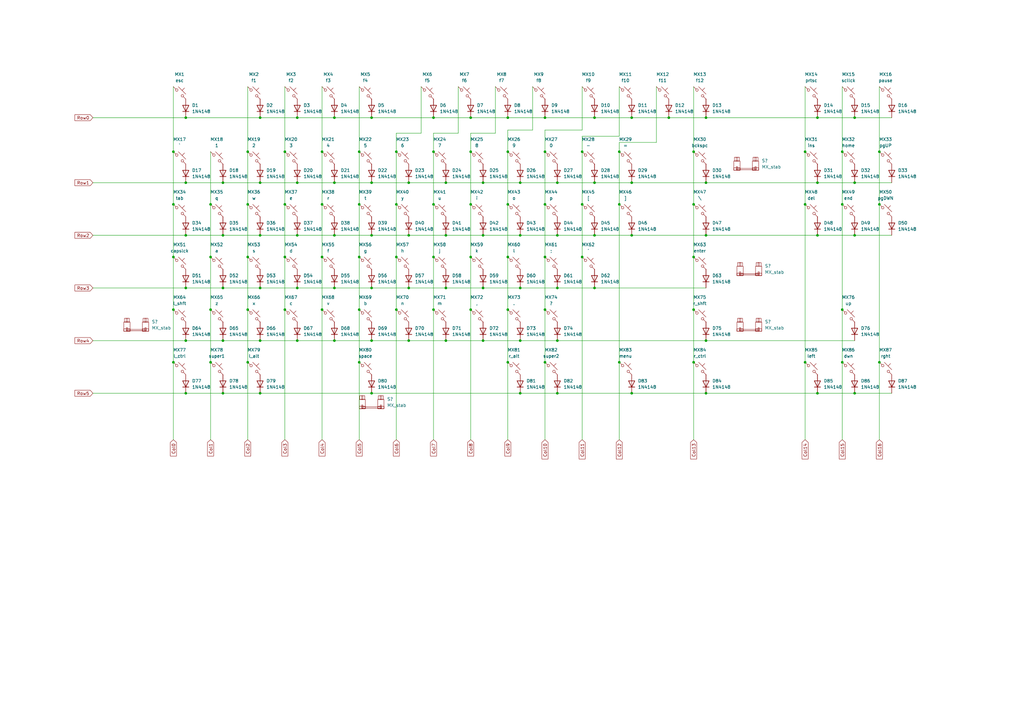
<source format=kicad_sch>
(kicad_sch (version 20230121) (generator eeschema)
  (paper "A3")
  (junction (at 167.64 96.52))
  (junction (at 228.6 74.93))
  (junction (at 213.36 74.93))
  (junction (at 162.56 127))
  (junction (at 106.68 161.29))
  (junction (at 254 62.23))
  (junction (at 76.2 139.7))
  (junction (at 193.04 127))
  (junction (at 152.4 118.11))
  (junction (at 243.84 74.93))
  (junction (at 101.6 127))
  (junction (at 162.56 83.82))
  (junction (at 137.16 139.7))
  (junction (at 132.08 62.23))
  (junction (at 259.08 96.52))
  (junction (at 193.04 83.82))
  (junction (at 106.68 74.93))
  (junction (at 330.2 62.23))
  (junction (at 147.32 148.59))
  (junction (at 137.16 96.52))
  (junction (at 213.36 96.52))
  (junction (at 335.28 96.52))
  (junction (at 228.6 118.11))
  (junction (at 76.2 161.29))
  (junction (at 223.52 83.82))
  (junction (at 182.88 139.7))
  (junction (at 71.12 62.23))
  (junction (at 259.08 48.26))
  (junction (at 167.64 139.7))
  (junction (at 101.6 105.41))
  (junction (at 198.12 139.7))
  (junction (at 335.28 74.93))
  (junction (at 182.88 118.11))
  (junction (at 289.56 161.29))
  (junction (at 360.68 83.82))
  (junction (at 284.48 148.59))
  (junction (at 167.64 118.11))
  (junction (at 86.36 148.59))
  (junction (at 289.56 96.52))
  (junction (at 289.56 48.26))
  (junction (at 71.12 83.82))
  (junction (at 208.28 62.23))
  (junction (at 259.08 161.29))
  (junction (at 91.44 96.52))
  (junction (at 91.44 139.7))
  (junction (at 182.88 96.52))
  (junction (at 289.56 74.93))
  (junction (at 274.32 48.26))
  (junction (at 238.76 105.41))
  (junction (at 243.84 118.11))
  (junction (at 91.44 74.93))
  (junction (at 198.12 96.52))
  (junction (at 86.36 105.41))
  (junction (at 177.8 127))
  (junction (at 162.56 62.23))
  (junction (at 76.2 74.93))
  (junction (at 116.84 105.41))
  (junction (at 177.8 105.41))
  (junction (at 106.68 118.11))
  (junction (at 193.04 62.23))
  (junction (at 71.12 105.41))
  (junction (at 284.48 105.41))
  (junction (at 177.8 48.26))
  (junction (at 345.44 127))
  (junction (at 162.56 105.41))
  (junction (at 91.44 161.29))
  (junction (at 182.88 74.93))
  (junction (at 350.52 96.52))
  (junction (at 335.28 161.29))
  (junction (at 223.52 127))
  (junction (at 137.16 118.11))
  (junction (at 116.84 62.23))
  (junction (at 177.8 83.82))
  (junction (at 228.6 139.7))
  (junction (at 121.92 48.26))
  (junction (at 101.6 83.82))
  (junction (at 121.92 118.11))
  (junction (at 177.8 62.23))
  (junction (at 76.2 96.52))
  (junction (at 198.12 74.93))
  (junction (at 345.44 148.59))
  (junction (at 208.28 48.26))
  (junction (at 350.52 74.93))
  (junction (at 167.64 74.93))
  (junction (at 71.12 127))
  (junction (at 228.6 161.29))
  (junction (at 137.16 48.26))
  (junction (at 132.08 127))
  (junction (at 101.6 148.59))
  (junction (at 350.52 48.26))
  (junction (at 213.36 161.29))
  (junction (at 193.04 48.26))
  (junction (at 243.84 48.26))
  (junction (at 223.52 148.59))
  (junction (at 350.52 161.29))
  (junction (at 152.4 48.26))
  (junction (at 132.08 83.82))
  (junction (at 330.2 83.82))
  (junction (at 208.28 83.82))
  (junction (at 152.4 96.52))
  (junction (at 213.36 139.7))
  (junction (at 259.08 74.93))
  (junction (at 121.92 96.52))
  (junction (at 86.36 83.82))
  (junction (at 254 83.82))
  (junction (at 101.6 62.23))
  (junction (at 345.44 83.82))
  (junction (at 116.84 127))
  (junction (at 121.92 74.93))
  (junction (at 360.68 148.59))
  (junction (at 76.2 118.11))
  (junction (at 208.28 148.59))
  (junction (at 243.84 96.52))
  (junction (at 152.4 161.29))
  (junction (at 116.84 83.82))
  (junction (at 284.48 62.23))
  (junction (at 238.76 83.82))
  (junction (at 284.48 127))
  (junction (at 193.04 105.41))
  (junction (at 132.08 105.41))
  (junction (at 152.4 139.7))
  (junction (at 121.92 139.7))
  (junction (at 330.2 148.59))
  (junction (at 147.32 127))
  (junction (at 147.32 105.41))
  (junction (at 106.68 96.52))
  (junction (at 223.52 105.41))
  (junction (at 91.44 118.11))
  (junction (at 238.76 62.23))
  (junction (at 284.48 83.82))
  (junction (at 335.28 48.26))
  (junction (at 254 148.59))
  (junction (at 223.52 62.23))
  (junction (at 86.36 127))
  (junction (at 208.28 127))
  (junction (at 76.2 48.26))
  (junction (at 106.68 139.7))
  (junction (at 71.12 148.59))
  (junction (at 137.16 74.93))
  (junction (at 213.36 118.11))
  (junction (at 223.52 48.26))
  (junction (at 152.4 74.93))
  (junction (at 106.68 48.26))
  (junction (at 147.32 83.82))
  (junction (at 198.12 118.11))
  (junction (at 360.68 62.23))
  (junction (at 345.44 62.23))
  (junction (at 228.6 96.52))
  (junction (at 208.28 105.41))
  (junction (at 147.32 62.23))
  (junction (at 289.56 139.7))
  (wire (pts (xy 289.56 96.52) (xy 335.28 96.52)))
  (wire (pts (xy 167.64 74.93) (xy 182.88 74.93)))
  (wire (pts (xy 76.2 139.7) (xy 91.44 139.7)))
  (wire (pts (xy 193.04 48.26) (xy 208.28 48.26)))
  (wire (pts (xy 91.44 139.7) (xy 106.68 139.7)))
  (wire (pts (xy 350.52 48.26) (xy 365.76 48.26)))
  (wire (pts (xy 71.12 35.56) (xy 71.12 62.23)))
  (wire (pts (xy 345.44 148.59) (xy 345.44 180.34)))
  (wire (pts (xy 121.92 118.11) (xy 137.16 118.11)))
  (wire (pts (xy 289.56 74.93) (xy 335.28 74.93)))
  (wire (pts (xy 182.88 74.93) (xy 198.12 74.93)))
  (wire (pts (xy 152.4 74.93) (xy 167.64 74.93)))
  (wire (pts (xy 101.6 148.59) (xy 101.6 180.34)))
  (wire (pts (xy 238.76 53.34) (xy 223.52 53.34)))
  (wire (pts (xy 147.32 127) (xy 147.32 148.59)))
  (wire (pts (xy 198.12 139.7) (xy 213.36 139.7)))
  (wire (pts (xy 284.48 105.41) (xy 284.48 127)))
  (wire (pts (xy 259.08 161.29) (xy 289.56 161.29)))
  (wire (pts (xy 106.68 96.52) (xy 121.92 96.52)))
  (wire (pts (xy 208.28 148.59) (xy 208.28 180.34)))
  (wire (pts (xy 167.64 96.52) (xy 182.88 96.52)))
  (wire (pts (xy 86.36 105.41) (xy 86.36 127)))
  (wire (pts (xy 86.36 83.82) (xy 86.36 105.41)))
  (wire (pts (xy 101.6 35.56) (xy 101.6 62.23)))
  (wire (pts (xy 193.04 54.61) (xy 193.04 62.23)))
  (wire (pts (xy 350.52 96.52) (xy 365.76 96.52)))
  (wire (pts (xy 76.2 161.29) (xy 91.44 161.29)))
  (wire (pts (xy 91.44 161.29) (xy 106.68 161.29)))
  (wire (pts (xy 132.08 105.41) (xy 132.08 127)))
  (wire (pts (xy 182.88 96.52) (xy 198.12 96.52)))
  (wire (pts (xy 91.44 96.52) (xy 106.68 96.52)))
  (wire (pts (xy 243.84 48.26) (xy 259.08 48.26)))
  (wire (pts (xy 76.2 48.26) (xy 106.68 48.26)))
  (wire (pts (xy 177.8 48.26) (xy 193.04 48.26)))
  (wire (pts (xy 284.48 62.23) (xy 284.48 83.82)))
  (wire (pts (xy 38.1 161.29) (xy 76.2 161.29)))
  (wire (pts (xy 71.12 127) (xy 71.12 148.59)))
  (wire (pts (xy 284.48 148.59) (xy 284.48 180.34)))
  (wire (pts (xy 177.8 127) (xy 177.8 180.34)))
  (wire (pts (xy 213.36 96.52) (xy 228.6 96.52)))
  (wire (pts (xy 208.28 83.82) (xy 208.28 105.41)))
  (wire (pts (xy 238.76 105.41) (xy 238.76 180.34)))
  (wire (pts (xy 38.1 139.7) (xy 76.2 139.7)))
  (wire (pts (xy 193.04 62.23) (xy 193.04 83.82)))
  (wire (pts (xy 350.52 161.29) (xy 365.76 161.29)))
  (wire (pts (xy 101.6 127) (xy 101.6 148.59)))
  (wire (pts (xy 91.44 74.93) (xy 106.68 74.93)))
  (wire (pts (xy 243.84 118.11) (xy 289.56 118.11)))
  (wire (pts (xy 335.28 96.52) (xy 350.52 96.52)))
  (wire (pts (xy 152.4 139.7) (xy 167.64 139.7)))
  (wire (pts (xy 162.56 83.82) (xy 162.56 105.41)))
  (wire (pts (xy 213.36 74.93) (xy 228.6 74.93)))
  (wire (pts (xy 162.56 54.61) (xy 162.56 62.23)))
  (wire (pts (xy 101.6 105.41) (xy 101.6 127)))
  (wire (pts (xy 289.56 48.26) (xy 335.28 48.26)))
  (wire (pts (xy 198.12 118.11) (xy 213.36 118.11)))
  (wire (pts (xy 228.6 96.52) (xy 243.84 96.52)))
  (wire (pts (xy 208.28 62.23) (xy 208.28 83.82)))
  (wire (pts (xy 254 148.59) (xy 254 180.34)))
  (wire (pts (xy 360.68 148.59) (xy 360.68 180.34)))
  (wire (pts (xy 289.56 161.29) (xy 335.28 161.29)))
  (wire (pts (xy 360.68 83.82) (xy 360.68 148.59)))
  (wire (pts (xy 137.16 74.93) (xy 152.4 74.93)))
  (wire (pts (xy 238.76 55.88) (xy 254 55.88)))
  (wire (pts (xy 38.1 48.26) (xy 76.2 48.26)))
  (wire (pts (xy 360.68 35.56) (xy 360.68 62.23)))
  (wire (pts (xy 86.36 62.23) (xy 86.36 83.82)))
  (wire (pts (xy 254 62.23) (xy 254 83.82)))
  (wire (pts (xy 198.12 74.93) (xy 213.36 74.93)))
  (wire (pts (xy 284.48 83.82) (xy 284.48 105.41)))
  (wire (pts (xy 121.92 48.26) (xy 137.16 48.26)))
  (wire (pts (xy 132.08 127) (xy 132.08 180.34)))
  (wire (pts (xy 167.64 118.11) (xy 182.88 118.11)))
  (wire (pts (xy 238.76 83.82) (xy 238.76 105.41)))
  (wire (pts (xy 182.88 118.11) (xy 198.12 118.11)))
  (wire (pts (xy 137.16 96.52) (xy 152.4 96.52)))
  (wire (pts (xy 147.32 105.41) (xy 147.32 127)))
  (wire (pts (xy 345.44 62.23) (xy 345.44 83.82)))
  (wire (pts (xy 132.08 83.82) (xy 132.08 105.41)))
  (wire (pts (xy 254 55.88) (xy 254 35.56)))
  (wire (pts (xy 152.4 118.11) (xy 167.64 118.11)))
  (wire (pts (xy 106.68 48.26) (xy 121.92 48.26)))
  (wire (pts (xy 228.6 74.93) (xy 243.84 74.93)))
  (wire (pts (xy 345.44 127) (xy 345.44 148.59)))
  (wire (pts (xy 203.2 54.61) (xy 193.04 54.61)))
  (wire (pts (xy 330.2 62.23) (xy 330.2 83.82)))
  (wire (pts (xy 86.36 148.59) (xy 86.36 180.34)))
  (wire (pts (xy 213.36 139.7) (xy 228.6 139.7)))
  (wire (pts (xy 238.76 62.23) (xy 238.76 83.82)))
  (wire (pts (xy 274.32 48.26) (xy 289.56 48.26)))
  (wire (pts (xy 259.08 74.93) (xy 289.56 74.93)))
  (wire (pts (xy 76.2 118.11) (xy 91.44 118.11)))
  (wire (pts (xy 259.08 48.26) (xy 274.32 48.26)))
  (wire (pts (xy 121.92 74.93) (xy 137.16 74.93)))
  (wire (pts (xy 137.16 48.26) (xy 152.4 48.26)))
  (wire (pts (xy 177.8 105.41) (xy 177.8 127)))
  (wire (pts (xy 147.32 83.82) (xy 147.32 105.41)))
  (wire (pts (xy 167.64 139.7) (xy 182.88 139.7)))
  (wire (pts (xy 330.2 83.82) (xy 330.2 148.59)))
  (wire (pts (xy 38.1 118.11) (xy 76.2 118.11)))
  (wire (pts (xy 172.72 54.61) (xy 162.56 54.61)))
  (wire (pts (xy 238.76 62.23) (xy 238.76 55.88)))
  (wire (pts (xy 193.04 127) (xy 193.04 180.34)))
  (wire (pts (xy 76.2 96.52) (xy 91.44 96.52)))
  (wire (pts (xy 38.1 74.93) (xy 76.2 74.93)))
  (wire (pts (xy 203.2 35.56) (xy 203.2 54.61)))
  (wire (pts (xy 228.6 118.11) (xy 243.84 118.11)))
  (wire (pts (xy 71.12 62.23) (xy 71.12 83.82)))
  (wire (pts (xy 335.28 161.29) (xy 350.52 161.29)))
  (wire (pts (xy 162.56 127) (xy 162.56 180.34)))
  (wire (pts (xy 121.92 139.7) (xy 137.16 139.7)))
  (wire (pts (xy 106.68 139.7) (xy 121.92 139.7)))
  (wire (pts (xy 106.68 161.29) (xy 152.4 161.29)))
  (wire (pts (xy 162.56 105.41) (xy 162.56 127)))
  (wire (pts (xy 137.16 118.11) (xy 152.4 118.11)))
  (wire (pts (xy 243.84 96.52) (xy 259.08 96.52)))
  (wire (pts (xy 177.8 54.61) (xy 187.96 54.61)))
  (wire (pts (xy 116.84 35.56) (xy 116.84 62.23)))
  (wire (pts (xy 254 62.23) (xy 254 58.42)))
  (wire (pts (xy 116.84 127) (xy 116.84 180.34)))
  (wire (pts (xy 350.52 74.93) (xy 365.76 74.93)))
  (wire (pts (xy 182.88 139.7) (xy 198.12 139.7)))
  (wire (pts (xy 223.52 83.82) (xy 223.52 105.41)))
  (wire (pts (xy 284.48 127) (xy 284.48 148.59)))
  (wire (pts (xy 228.6 139.7) (xy 289.56 139.7)))
  (wire (pts (xy 289.56 139.7) (xy 350.52 139.7)))
  (wire (pts (xy 213.36 118.11) (xy 228.6 118.11)))
  (wire (pts (xy 218.44 53.34) (xy 208.28 53.34)))
  (wire (pts (xy 147.32 148.59) (xy 147.32 180.34)))
  (wire (pts (xy 198.12 96.52) (xy 213.36 96.52)))
  (wire (pts (xy 152.4 161.29) (xy 213.36 161.29)))
  (wire (pts (xy 208.28 105.41) (xy 208.28 127)))
  (wire (pts (xy 254 58.42) (xy 269.24 58.42)))
  (wire (pts (xy 86.36 127) (xy 86.36 148.59)))
  (wire (pts (xy 147.32 62.23) (xy 147.32 83.82)))
  (wire (pts (xy 106.68 118.11) (xy 121.92 118.11)))
  (wire (pts (xy 269.24 35.56) (xy 269.24 58.42)))
  (wire (pts (xy 223.52 48.26) (xy 243.84 48.26)))
  (wire (pts (xy 345.44 35.56) (xy 345.44 62.23)))
  (wire (pts (xy 116.84 105.41) (xy 116.84 127)))
  (wire (pts (xy 132.08 35.56) (xy 132.08 62.23)))
  (wire (pts (xy 335.28 74.93) (xy 350.52 74.93)))
  (wire (pts (xy 345.44 83.82) (xy 345.44 127)))
  (wire (pts (xy 335.28 48.26) (xy 350.52 48.26)))
  (wire (pts (xy 177.8 83.82) (xy 177.8 105.41)))
  (wire (pts (xy 330.2 35.56) (xy 330.2 62.23)))
  (wire (pts (xy 259.08 96.52) (xy 289.56 96.52)))
  (wire (pts (xy 152.4 48.26) (xy 177.8 48.26)))
  (wire (pts (xy 360.68 62.23) (xy 360.68 83.82)))
  (wire (pts (xy 187.96 35.56) (xy 187.96 54.61)))
  (wire (pts (xy 137.16 139.7) (xy 152.4 139.7)))
  (wire (pts (xy 91.44 118.11) (xy 106.68 118.11)))
  (wire (pts (xy 101.6 62.23) (xy 101.6 83.82)))
  (wire (pts (xy 177.8 62.23) (xy 177.8 54.61)))
  (wire (pts (xy 71.12 83.82) (xy 71.12 105.41)))
  (wire (pts (xy 228.6 161.29) (xy 259.08 161.29)))
  (wire (pts (xy 132.08 62.23) (xy 132.08 83.82)))
  (wire (pts (xy 223.52 62.23) (xy 223.52 83.82)))
  (wire (pts (xy 76.2 74.93) (xy 91.44 74.93)))
  (wire (pts (xy 71.12 105.41) (xy 71.12 127)))
  (wire (pts (xy 254 83.82) (xy 254 148.59)))
  (wire (pts (xy 71.12 148.59) (xy 71.12 180.34)))
  (wire (pts (xy 101.6 83.82) (xy 101.6 105.41)))
  (wire (pts (xy 223.52 53.34) (xy 223.52 62.23)))
  (wire (pts (xy 330.2 148.59) (xy 330.2 180.34)))
  (wire (pts (xy 243.84 74.93) (xy 259.08 74.93)))
  (wire (pts (xy 147.32 35.56) (xy 147.32 62.23)))
  (wire (pts (xy 152.4 96.52) (xy 167.64 96.52)))
  (wire (pts (xy 284.48 35.56) (xy 284.48 62.23)))
  (wire (pts (xy 106.68 74.93) (xy 121.92 74.93)))
  (wire (pts (xy 116.84 83.82) (xy 116.84 105.41)))
  (wire (pts (xy 213.36 161.29) (xy 228.6 161.29)))
  (wire (pts (xy 223.52 148.59) (xy 223.52 180.34)))
  (wire (pts (xy 193.04 105.41) (xy 193.04 127)))
  (wire (pts (xy 223.52 127) (xy 223.52 148.59)))
  (wire (pts (xy 193.04 83.82) (xy 193.04 105.41)))
  (wire (pts (xy 208.28 48.26) (xy 223.52 48.26)))
  (wire (pts (xy 218.44 35.56) (xy 218.44 53.34)))
  (wire (pts (xy 208.28 127) (xy 208.28 148.59)))
  (wire (pts (xy 208.28 53.34) (xy 208.28 62.23)))
  (wire (pts (xy 238.76 35.56) (xy 238.76 53.34)))
  (wire (pts (xy 177.8 62.23) (xy 177.8 83.82)))
  (wire (pts (xy 162.56 62.23) (xy 162.56 83.82)))
  (wire (pts (xy 172.72 54.61) (xy 172.72 35.56)))
  (wire (pts (xy 223.52 105.41) (xy 223.52 127)))
  (wire (pts (xy 121.92 96.52) (xy 137.16 96.52)))
  (wire (pts (xy 116.84 62.23) (xy 116.84 83.82)))
  (wire (pts (xy 38.1 96.52) (xy 76.2 96.52)))
  (global_label "Col4" (shape input) (at 132.08 180.34 270) (property "Intersheetrefs" "${INTERSHEET_REFS}" (effects hide)))
  (global_label "Col13" (shape input) (at 284.48 180.34 270) (property "Intersheetrefs" "${INTERSHEET_REFS}" (effects hide)))
  (global_label "Col14" (shape input) (at 330.2 180.34 270) (property "Intersheetrefs" "${INTERSHEET_REFS}" (effects hide)))
  (global_label "Row4" (shape input) (at 38.1 139.7 180) (property "Intersheetrefs" "${INTERSHEET_REFS}" (effects hide)))
  (global_label "Row2" (shape input) (at 38.1 96.52 180) (property "Intersheetrefs" "${INTERSHEET_REFS}" (effects hide)))
  (global_label "Row1" (shape input) (at 38.1 74.93 180) (property "Intersheetrefs" "${INTERSHEET_REFS}" (effects hide)))
  (global_label "Col9" (shape input) (at 208.28 180.34 270) (property "Intersheetrefs" "${INTERSHEET_REFS}" (effects hide)))
  (global_label "Col2" (shape input) (at 101.6 180.34 270) (property "Intersheetrefs" "${INTERSHEET_REFS}" (effects hide)))
  (global_label "Row5" (shape input) (at 38.1 161.29 180) (property "Intersheetrefs" "${INTERSHEET_REFS}" (effects hide)))
  (global_label "Col8" (shape input) (at 193.04 180.34 270) (property "Intersheetrefs" "${INTERSHEET_REFS}" (effects hide)))
  (global_label "Col1" (shape input) (at 86.36 180.34 270) (property "Intersheetrefs" "${INTERSHEET_REFS}" (effects hide)))
  (global_label "Col3" (shape input) (at 116.84 180.34 270) (property "Intersheetrefs" "${INTERSHEET_REFS}" (effects hide)))
  (global_label "Col6" (shape input) (at 162.56 180.34 270) (property "Intersheetrefs" "${INTERSHEET_REFS}" (effects hide)))
  (global_label "Row0" (shape input) (at 38.1 48.26 180) (property "Intersheetrefs" "${INTERSHEET_REFS}" (effects hide)))
  (global_label "Col5" (shape input) (at 147.32 180.34 270) (property "Intersheetrefs" "${INTERSHEET_REFS}" (effects hide)))
  (global_label "Row3" (shape input) (at 38.1 118.11 180) (property "Intersheetrefs" "${INTERSHEET_REFS}" (effects hide)))
  (global_label "Col11" (shape input) (at 238.76 180.34 270) (property "Intersheetrefs" "${INTERSHEET_REFS}" (effects hide)))
  (global_label "Col16" (shape input) (at 360.68 180.34 270) (property "Intersheetrefs" "${INTERSHEET_REFS}" (effects hide)))
  (global_label "Col12" (shape input) (at 254 180.34 270) (property "Intersheetrefs" "${INTERSHEET_REFS}" (effects hide)))
  (global_label "Col15" (shape input) (at 345.44 180.34 270) (property "Intersheetrefs" "${INTERSHEET_REFS}" (effects hide)))
  (global_label "Col7" (shape input) (at 177.8 180.34 270) (property "Intersheetrefs" "${INTERSHEET_REFS}" (effects hide)))
  (global_label "Col10" (shape input) (at 223.52 180.34 270) (property "Intersheetrefs" "${INTERSHEET_REFS}" (effects hide)))
  (global_label "Col0" (shape input) (at 71.12 180.34 270) (property "Intersheetrefs" "${INTERSHEET_REFS}" (effects hide)))
  (symbol (lib_id "Diode:1N4148") (at 335.28 92.71 90) (unit 1)
    (property "Reference" "D48" (at 337.82 91.44 90) (effects (justify right)))
    (property "Value" "1N4148" (at 337.82 93.98 90) (effects (justify right)))
    (property "Footprint" "Diode_SMD:D_1206_3216Metric_Pad1.42x1.75mm_HandSolder" (effects hide))
    (property "Datasheet" "https://assets.nexperia.com/documents/data-sheet/1N4148_1N4448.pdf" (effects hide))
    (property "Sim.Device" "D" (effects hide))
    (property "Sim.Pins" "1=K 2=A" (effects hide))
  )
  (symbol (lib_id "PCM_marbastlib-mx:MX_SW_solder") (at 180.34 107.95 0) (unit 1)
    (property "Reference" "MX58" (at 180.34 100.33 0))
    (property "Value" "j" (at 180.34 102.87 0))
    (property "Footprint" "PCM_marbastlib-mx:SW_MX_1u" (effects hide))
  )
  (symbol (lib_id "Diode:1N4148") (at 243.84 44.45 90) (unit 1)
    (property "Reference" "D10" (at 246.38 43.18 90) (effects (justify right)))
    (property "Value" "1N4148" (at 246.38 45.72 90) (effects (justify right)))
    (property "Footprint" "Diode_SMD:D_1206_3216Metric_Pad1.42x1.75mm_HandSolder" (effects hide))
    (property "Datasheet" "https://assets.nexperia.com/documents/data-sheet/1N4148_1N4448.pdf" (effects hide))
    (property "Sim.Device" "D" (effects hide))
    (property "Sim.Pins" "1=K 2=A" (effects hide))
  )
  (symbol (lib_id "PCM_marbastlib-mx:MX_SW_solder") (at 195.58 86.36 0) (unit 1)
    (property "Reference" "MX42" (at 195.58 78.74 0))
    (property "Value" "i" (at 195.58 81.28 0))
    (property "Footprint" "PCM_marbastlib-mx:SW_MX_1u" (effects hide))
  )
  (symbol (lib_id "Diode:1N4148") (at 182.88 114.3 90) (unit 1)
    (property "Reference" "D58" (at 185.42 113.03 90) (effects (justify right)))
    (property "Value" "1N4148" (at 185.42 115.57 90) (effects (justify right)))
    (property "Footprint" "Diode_SMD:D_1206_3216Metric_Pad1.42x1.75mm_HandSolder" (effects hide))
    (property "Datasheet" "https://assets.nexperia.com/documents/data-sheet/1N4148_1N4448.pdf" (effects hide))
    (property "Sim.Device" "D" (effects hide))
    (property "Sim.Pins" "1=K 2=A" (effects hide))
  )
  (symbol (lib_id "Diode:1N4148") (at 152.4 44.45 90) (unit 1)
    (property "Reference" "D5" (at 154.94 43.18 90) (effects (justify right)))
    (property "Value" "1N4148" (at 154.94 45.72 90) (effects (justify right)))
    (property "Footprint" "Diode_SMD:D_1206_3216Metric_Pad1.42x1.75mm_HandSolder" (effects hide))
    (property "Datasheet" "https://assets.nexperia.com/documents/data-sheet/1N4148_1N4448.pdf" (effects hide))
    (property "Sim.Device" "D" (effects hide))
    (property "Sim.Pins" "1=K 2=A" (effects hide))
  )
  (symbol (lib_id "PCM_marbastlib-mx:MX_SW_solder") (at 226.06 151.13 0) (unit 1)
    (property "Reference" "MX82" (at 226.06 143.51 0))
    (property "Value" "super2" (at 226.06 146.05 0))
    (property "Footprint" "PCM_marbastlib-mx:SW_MX_1.25u" (effects hide))
  )
  (symbol (lib_id "Diode:1N4148") (at 121.92 44.45 90) (unit 1)
    (property "Reference" "D3" (at 124.46 43.18 90) (effects (justify right)))
    (property "Value" "1N4148" (at 124.46 45.72 90) (effects (justify right)))
    (property "Footprint" "Diode_SMD:D_1206_3216Metric_Pad1.42x1.75mm_HandSolder" (effects hide))
    (property "Datasheet" "https://assets.nexperia.com/documents/data-sheet/1N4148_1N4448.pdf" (effects hide))
    (property "Sim.Device" "D" (effects hide))
    (property "Sim.Pins" "1=K 2=A" (effects hide))
  )
  (symbol (lib_id "Diode:1N4148") (at 182.88 71.12 90) (unit 1)
    (property "Reference" "D24" (at 185.42 69.85 90) (effects (justify right)))
    (property "Value" "1N4148" (at 185.42 72.39 90) (effects (justify right)))
    (property "Footprint" "Diode_SMD:D_1206_3216Metric_Pad1.42x1.75mm_HandSolder" (effects hide))
    (property "Datasheet" "https://assets.nexperia.com/documents/data-sheet/1N4148_1N4448.pdf" (effects hide))
    (property "Sim.Device" "D" (effects hide))
    (property "Sim.Pins" "1=K 2=A" (effects hide))
  )
  (symbol (lib_id "PCM_marbastlib-mx:MX_SW_solder") (at 134.62 129.54 0) (unit 1)
    (property "Reference" "MX68" (at 134.62 121.92 0))
    (property "Value" "v" (at 134.62 124.46 0))
    (property "Footprint" "PCM_marbastlib-mx:SW_MX_1u" (effects hide))
  )
  (symbol (lib_id "PCM_marbastlib-mx:MX_SW_solder") (at 149.86 129.54 0) (unit 1)
    (property "Reference" "MX69" (at 149.86 121.92 0))
    (property "Value" "b" (at 149.86 124.46 0))
    (property "Footprint" "PCM_marbastlib-mx:SW_MX_1u" (effects hide))
  )
  (symbol (lib_id "PCM_marbastlib-mx:MX_SW_solder") (at 241.3 107.95 0) (unit 1)
    (property "Reference" "MX62" (at 241.3 100.33 0))
    (property "Value" "'" (at 241.3 102.87 0))
    (property "Footprint" "PCM_marbastlib-mx:SW_MX_1u" (effects hide))
  )
  (symbol (lib_id "PCM_marbastlib-mx:MX_SW_solder") (at 73.66 151.13 0) (unit 1)
    (property "Reference" "MX77" (at 73.66 143.51 0))
    (property "Value" "l_ctrl" (at 73.66 146.05 0))
    (property "Footprint" "PCM_marbastlib-mx:SW_MX_1.25u" (effects hide))
  )
  (symbol (lib_id "Diode:1N4148") (at 198.12 114.3 90) (unit 1)
    (property "Reference" "D59" (at 200.66 113.03 90) (effects (justify right)))
    (property "Value" "1N4148" (at 200.66 115.57 90) (effects (justify right)))
    (property "Footprint" "Diode_SMD:D_1206_3216Metric_Pad1.42x1.75mm_HandSolder" (effects hide))
    (property "Datasheet" "https://assets.nexperia.com/documents/data-sheet/1N4148_1N4448.pdf" (effects hide))
    (property "Sim.Device" "D" (effects hide))
    (property "Sim.Pins" "1=K 2=A" (effects hide))
  )
  (symbol (lib_id "PCM_marbastlib-mx:MX_SW_solder") (at 88.9 129.54 0) (unit 1)
    (property "Reference" "MX65" (at 88.9 121.92 0))
    (property "Value" "z" (at 88.9 124.46 0))
    (property "Footprint" "PCM_marbastlib-mx:SW_MX_1u" (effects hide))
  )
  (symbol (lib_id "Diode:1N4148") (at 106.68 92.71 90) (unit 1)
    (property "Reference" "D36" (at 109.22 91.44 90) (effects (justify right)))
    (property "Value" "1N4148" (at 109.22 93.98 90) (effects (justify right)))
    (property "Footprint" "Diode_SMD:D_1206_3216Metric_Pad1.42x1.75mm_HandSolder" (effects hide))
    (property "Datasheet" "https://assets.nexperia.com/documents/data-sheet/1N4148_1N4448.pdf" (effects hide))
    (property "Sim.Device" "D" (effects hide))
    (property "Sim.Pins" "1=K 2=A" (effects hide))
  )
  (symbol (lib_id "PCM_marbastlib-mx:MX_stab") (at 307.34 133.35 0) (unit 1)
    (property "Reference" "S?" (at 313.69 131.953 0) (effects (justify left)))
    (property "Value" "MX_stab" (at 313.69 134.493 0) (effects (justify left)))
    (property "Footprint" "PCM_marbastlib-mx:STAB_MX_P_2.75u" (effects hide))
    (instances (project "TKL Keyboard" (path "" (reference "S?") (unit 1)) (path "" (reference "S4") (unit 1))))
  )
  (symbol (lib_id "PCM_marbastlib-mx:MX_SW_solder") (at 210.82 107.95 0) (unit 1)
    (property "Reference" "MX60" (at 210.82 100.33 0))
    (property "Value" "l" (at 210.82 102.87 0))
    (property "Footprint" "PCM_marbastlib-mx:SW_MX_1u" (effects hide))
  )
  (symbol (lib_id "PCM_marbastlib-mx:MX_SW_solder") (at 226.06 64.77 0) (unit 1)
    (property "Reference" "MX27" (at 226.06 57.15 0))
    (property "Value" "0" (at 226.06 59.69 0))
    (property "Footprint" "PCM_marbastlib-mx:SW_MX_1u" (effects hide))
  )
  (symbol (lib_id "Diode:1N4148") (at 365.76 157.48 90) (unit 1)
    (property "Reference" "D87" (at 368.3 156.21 90) (effects (justify right)))
    (property "Value" "1N4148" (at 368.3 158.75 90) (effects (justify right)))
    (property "Footprint" "Diode_SMD:D_1206_3216Metric_Pad1.42x1.75mm_HandSolder" (effects hide))
    (property "Datasheet" "https://assets.nexperia.com/documents/data-sheet/1N4148_1N4448.pdf" (effects hide))
    (property "Sim.Device" "D" (effects hide))
    (property "Sim.Pins" "1=K 2=A" (effects hide))
  )
  (symbol (lib_id "Diode:1N4148") (at 91.44 135.89 90) (unit 1)
    (property "Reference" "D65" (at 93.98 134.62 90) (effects (justify right)))
    (property "Value" "1N4148" (at 93.98 137.16 90) (effects (justify right)))
    (property "Footprint" "Diode_SMD:D_1206_3216Metric_Pad1.42x1.75mm_HandSolder" (effects hide))
    (property "Datasheet" "https://assets.nexperia.com/documents/data-sheet/1N4148_1N4448.pdf" (effects hide))
    (property "Sim.Device" "D" (effects hide))
    (property "Sim.Pins" "1=K 2=A" (effects hide))
  )
  (symbol (lib_id "Diode:1N4148") (at 76.2 157.48 90) (unit 1)
    (property "Reference" "D77" (at 78.74 156.21 90) (effects (justify right)))
    (property "Value" "1N4148" (at 78.74 158.75 90) (effects (justify right)))
    (property "Footprint" "Diode_SMD:D_1206_3216Metric_Pad1.42x1.75mm_HandSolder" (effects hide))
    (property "Datasheet" "https://assets.nexperia.com/documents/data-sheet/1N4148_1N4448.pdf" (effects hide))
    (property "Sim.Device" "D" (effects hide))
    (property "Sim.Pins" "1=K 2=A" (effects hide))
  )
  (symbol (lib_id "PCM_marbastlib-mx:MX_SW_solder") (at 195.58 107.95 0) (unit 1)
    (property "Reference" "MX59" (at 195.58 100.33 0))
    (property "Value" "k" (at 195.58 102.87 0))
    (property "Footprint" "PCM_marbastlib-mx:SW_MX_1u" (effects hide))
  )
  (symbol (lib_id "Diode:1N4148") (at 289.56 92.71 90) (unit 1)
    (property "Reference" "D47" (at 292.1 91.44 90) (effects (justify right)))
    (property "Value" "1N4148" (at 292.1 93.98 90) (effects (justify right)))
    (property "Footprint" "Diode_SMD:D_1206_3216Metric_Pad1.42x1.75mm_HandSolder" (effects hide))
    (property "Datasheet" "https://assets.nexperia.com/documents/data-sheet/1N4148_1N4448.pdf" (effects hide))
    (property "Sim.Device" "D" (effects hide))
    (property "Sim.Pins" "1=K 2=A" (effects hide))
  )
  (symbol (lib_id "PCM_marbastlib-mx:MX_SW_solder") (at 287.02 38.1 0) (unit 1)
    (property "Reference" "MX13" (at 287.02 30.48 0))
    (property "Value" "f12" (at 287.02 33.02 0))
    (property "Footprint" "PCM_marbastlib-mx:SW_MX_1u" (effects hide))
  )
  (symbol (lib_id "PCM_marbastlib-mx:MX_SW_solder") (at 287.02 129.54 0) (unit 1)
    (property "Reference" "MX75" (at 287.02 121.92 0))
    (property "Value" "r_shft" (at 287.02 124.46 0))
    (property "Footprint" "PCM_marbastlib-mx:SW_MX_1u" (effects hide))
  )
  (symbol (lib_id "PCM_marbastlib-mx:MX_SW_solder") (at 210.82 64.77 0) (unit 1)
    (property "Reference" "MX26" (at 210.82 57.15 0))
    (property "Value" "9" (at 210.82 59.69 0))
    (property "Footprint" "PCM_marbastlib-mx:SW_MX_1u" (effects hide))
  )
  (symbol (lib_id "Diode:1N4148") (at 350.52 135.89 90) (unit 1)
    (property "Reference" "D76" (at 353.06 134.62 90) (effects (justify right)))
    (property "Value" "1N4148" (at 353.06 137.16 90) (effects (justify right)))
    (property "Footprint" "Diode_SMD:D_1206_3216Metric_Pad1.42x1.75mm_HandSolder" (effects hide))
    (property "Datasheet" "https://assets.nexperia.com/documents/data-sheet/1N4148_1N4448.pdf" (effects hide))
    (property "Sim.Device" "D" (effects hide))
    (property "Sim.Pins" "1=K 2=A" (effects hide))
  )
  (symbol (lib_id "Diode:1N4148") (at 198.12 135.89 90) (unit 1)
    (property "Reference" "D72" (at 200.66 134.62 90) (effects (justify right)))
    (property "Value" "1N4148" (at 200.66 137.16 90) (effects (justify right)))
    (property "Footprint" "Diode_SMD:D_1206_3216Metric_Pad1.42x1.75mm_HandSolder" (effects hide))
    (property "Datasheet" "https://assets.nexperia.com/documents/data-sheet/1N4148_1N4448.pdf" (effects hide))
    (property "Sim.Device" "D" (effects hide))
    (property "Sim.Pins" "1=K 2=A" (effects hide))
  )
  (symbol (lib_id "PCM_marbastlib-mx:MX_SW_solder") (at 175.26 38.1 0) (unit 1)
    (property "Reference" "MX6" (at 175.26 30.48 0))
    (property "Value" "f5" (at 175.26 33.02 0))
    (property "Footprint" "PCM_marbastlib-mx:SW_MX_1u" (effects hide))
  )
  (symbol (lib_id "Diode:1N4148") (at 213.36 135.89 90) (unit 1)
    (property "Reference" "D73" (at 215.9 134.62 90) (effects (justify right)))
    (property "Value" "1N4148" (at 215.9 137.16 90) (effects (justify right)))
    (property "Footprint" "Diode_SMD:D_1206_3216Metric_Pad1.42x1.75mm_HandSolder" (effects hide))
    (property "Datasheet" "https://assets.nexperia.com/documents/data-sheet/1N4148_1N4448.pdf" (effects hide))
    (property "Sim.Device" "D" (effects hide))
    (property "Sim.Pins" "1=K 2=A" (effects hide))
  )
  (symbol (lib_id "Diode:1N4148") (at 289.56 157.48 90) (unit 1)
    (property "Reference" "D84" (at 292.1 156.21 90) (effects (justify right)))
    (property "Value" "1N4148" (at 292.1 158.75 90) (effects (justify right)))
    (property "Footprint" "Diode_SMD:D_1206_3216Metric_Pad1.42x1.75mm_HandSolder" (effects hide))
    (property "Datasheet" "https://assets.nexperia.com/documents/data-sheet/1N4148_1N4448.pdf" (effects hide))
    (property "Sim.Device" "D" (effects hide))
    (property "Sim.Pins" "1=K 2=A" (effects hide))
  )
  (symbol (lib_id "PCM_marbastlib-mx:MX_SW_solder") (at 226.06 129.54 0) (unit 1)
    (property "Reference" "MX74" (at 226.06 121.92 0))
    (property "Value" "?" (at 226.06 124.46 0))
    (property "Footprint" "PCM_marbastlib-mx:SW_MX_1u" (effects hide))
  )
  (symbol (lib_id "PCM_marbastlib-mx:MX_SW_solder") (at 88.9 64.77 0) (unit 1)
    (property "Reference" "MX18" (at 88.9 57.15 0))
    (property "Value" "1" (at 88.9 59.69 0))
    (property "Footprint" "PCM_marbastlib-mx:SW_MX_1u" (effects hide))
  )
  (symbol (lib_id "PCM_marbastlib-mx:MX_SW_solder") (at 205.74 38.1 0) (unit 1)
    (property "Reference" "MX8" (at 205.74 30.48 0))
    (property "Value" "f7" (at 205.74 33.02 0))
    (property "Footprint" "PCM_marbastlib-mx:SW_MX_1u" (effects hide))
  )
  (symbol (lib_id "Diode:1N4148") (at 167.64 135.89 90) (unit 1)
    (property "Reference" "D70" (at 170.18 134.62 90) (effects (justify right)))
    (property "Value" "1N4148" (at 170.18 137.16 90) (effects (justify right)))
    (property "Footprint" "Diode_SMD:D_1206_3216Metric_Pad1.42x1.75mm_HandSolder" (effects hide))
    (property "Datasheet" "https://assets.nexperia.com/documents/data-sheet/1N4148_1N4448.pdf" (effects hide))
    (property "Sim.Device" "D" (effects hide))
    (property "Sim.Pins" "1=K 2=A" (effects hide))
  )
  (symbol (lib_id "PCM_marbastlib-mx:MX_SW_solder") (at 73.66 64.77 0) (unit 1)
    (property "Reference" "MX17" (at 73.66 57.15 0))
    (property "Value" "`" (at 73.66 59.69 0))
    (property "Footprint" "PCM_marbastlib-mx:SW_MX_1u" (effects hide))
  )
  (symbol (lib_id "PCM_marbastlib-mx:MX_SW_solder") (at 363.22 151.13 0) (unit 1)
    (property "Reference" "MX87" (at 363.22 143.51 0))
    (property "Value" "rght" (at 363.22 146.05 0))
    (property "Footprint" "PCM_marbastlib-mx:SW_MX_1u" (effects hide))
  )
  (symbol (lib_id "Diode:1N4148") (at 274.32 44.45 90) (unit 1)
    (property "Reference" "D12" (at 276.86 43.18 90) (effects (justify right)))
    (property "Value" "1N4148" (at 276.86 45.72 90) (effects (justify right)))
    (property "Footprint" "Diode_SMD:D_1206_3216Metric_Pad1.42x1.75mm_HandSolder" (effects hide))
    (property "Datasheet" "https://assets.nexperia.com/documents/data-sheet/1N4148_1N4448.pdf" (effects hide))
    (property "Sim.Device" "D" (effects hide))
    (property "Sim.Pins" "1=K 2=A" (effects hide))
  )
  (symbol (lib_id "PCM_marbastlib-mx:MX_SW_solder") (at 165.1 64.77 0) (unit 1)
    (property "Reference" "MX23" (at 165.1 57.15 0))
    (property "Value" "6" (at 165.1 59.69 0))
    (property "Footprint" "PCM_marbastlib-mx:SW_MX_1u" (effects hide))
  )
  (symbol (lib_id "Diode:1N4148") (at 243.84 71.12 90) (unit 1)
    (property "Reference" "D28" (at 246.38 69.85 90) (effects (justify right)))
    (property "Value" "1N4148" (at 246.38 72.39 90) (effects (justify right)))
    (property "Footprint" "Diode_SMD:D_1206_3216Metric_Pad1.42x1.75mm_HandSolder" (effects hide))
    (property "Datasheet" "https://assets.nexperia.com/documents/data-sheet/1N4148_1N4448.pdf" (effects hide))
    (property "Sim.Device" "D" (effects hide))
    (property "Sim.Pins" "1=K 2=A" (effects hide))
  )
  (symbol (lib_id "Diode:1N4148") (at 106.68 71.12 90) (unit 1)
    (property "Reference" "D19" (at 109.22 69.85 90) (effects (justify right)))
    (property "Value" "1N4148" (at 109.22 72.39 90) (effects (justify right)))
    (property "Footprint" "Diode_SMD:D_1206_3216Metric_Pad1.42x1.75mm_HandSolder" (effects hide))
    (property "Datasheet" "https://assets.nexperia.com/documents/data-sheet/1N4148_1N4448.pdf" (effects hide))
    (property "Sim.Device" "D" (effects hide))
    (property "Sim.Pins" "1=K 2=A" (effects hide))
  )
  (symbol (lib_id "Diode:1N4148") (at 335.28 157.48 90) (unit 1)
    (property "Reference" "D85" (at 337.82 156.21 90) (effects (justify right)))
    (property "Value" "1N4148" (at 337.82 158.75 90) (effects (justify right)))
    (property "Footprint" "Diode_SMD:D_1206_3216Metric_Pad1.42x1.75mm_HandSolder" (effects hide))
    (property "Datasheet" "https://assets.nexperia.com/documents/data-sheet/1N4148_1N4448.pdf" (effects hide))
    (property "Sim.Device" "D" (effects hide))
    (property "Sim.Pins" "1=K 2=A" (effects hide))
  )
  (symbol (lib_id "PCM_marbastlib-mx:MX_SW_solder") (at 190.5 38.1 0) (unit 1)
    (property "Reference" "MX7" (at 190.5 30.48 0))
    (property "Value" "f6" (at 190.5 33.02 0))
    (property "Footprint" "PCM_marbastlib-mx:SW_MX_1u" (effects hide))
  )
  (symbol (lib_id "Diode:1N4148") (at 228.6 135.89 90) (unit 1)
    (property "Reference" "D74" (at 231.14 134.62 90) (effects (justify right)))
    (property "Value" "1N4148" (at 231.14 137.16 90) (effects (justify right)))
    (property "Footprint" "Diode_SMD:D_1206_3216Metric_Pad1.42x1.75mm_HandSolder" (effects hide))
    (property "Datasheet" "https://assets.nexperia.com/documents/data-sheet/1N4148_1N4448.pdf" (effects hide))
    (property "Sim.Device" "D" (effects hide))
    (property "Sim.Pins" "1=K 2=A" (effects hide))
  )
  (symbol (lib_id "Diode:1N4148") (at 259.08 92.71 90) (unit 1)
    (property "Reference" "D46" (at 261.62 91.44 90) (effects (justify right)))
    (property "Value" "1N4148" (at 261.62 93.98 90) (effects (justify right)))
    (property "Footprint" "Diode_SMD:D_1206_3216Metric_Pad1.42x1.75mm_HandSolder" (effects hide))
    (property "Datasheet" "https://assets.nexperia.com/documents/data-sheet/1N4148_1N4448.pdf" (effects hide))
    (property "Sim.Device" "D" (effects hide))
    (property "Sim.Pins" "1=K 2=A" (effects hide))
  )
  (symbol (lib_id "PCM_marbastlib-mx:MX_SW_solder") (at 149.86 86.36 0) (unit 1)
    (property "Reference" "MX39" (at 149.86 78.74 0))
    (property "Value" "t" (at 149.86 81.28 0))
    (property "Footprint" "PCM_marbastlib-mx:SW_MX_1u" (effects hide))
  )
  (symbol (lib_id "PCM_marbastlib-mx:MX_SW_solder") (at 104.14 151.13 0) (unit 1)
    (property "Reference" "MX79" (at 104.14 143.51 0))
    (property "Value" "l_alt" (at 104.14 146.05 0))
    (property "Footprint" "PCM_marbastlib-mx:SW_MX_1.25u" (effects hide))
  )
  (symbol (lib_id "PCM_marbastlib-mx:MX_SW_solder") (at 332.74 64.77 0) (unit 1)
    (property "Reference" "MX31" (at 332.74 57.15 0))
    (property "Value" "ins" (at 332.74 59.69 0))
    (property "Footprint" "PCM_marbastlib-mx:SW_MX_1u" (effects hide))
  )
  (symbol (lib_id "PCM_marbastlib-mx:MX_SW_solder") (at 134.62 86.36 0) (unit 1)
    (property "Reference" "MX38" (at 134.62 78.74 0))
    (property "Value" "r" (at 134.62 81.28 0))
    (property "Footprint" "PCM_marbastlib-mx:SW_MX_1u" (effects hide))
  )
  (symbol (lib_id "Diode:1N4148") (at 121.92 71.12 90) (unit 1)
    (property "Reference" "D20" (at 124.46 69.85 90) (effects (justify right)))
    (property "Value" "1N4148" (at 124.46 72.39 90) (effects (justify right)))
    (property "Footprint" "Diode_SMD:D_1206_3216Metric_Pad1.42x1.75mm_HandSolder" (effects hide))
    (property "Datasheet" "https://assets.nexperia.com/documents/data-sheet/1N4148_1N4448.pdf" (effects hide))
    (property "Sim.Device" "D" (effects hide))
    (property "Sim.Pins" "1=K 2=A" (effects hide))
  )
  (symbol (lib_id "Diode:1N4148") (at 167.64 71.12 90) (unit 1)
    (property "Reference" "D23" (at 170.18 69.85 90) (effects (justify right)))
    (property "Value" "1N4148" (at 170.18 72.39 90) (effects (justify right)))
    (property "Footprint" "Diode_SMD:D_1206_3216Metric_Pad1.42x1.75mm_HandSolder" (effects hide))
    (property "Datasheet" "https://assets.nexperia.com/documents/data-sheet/1N4148_1N4448.pdf" (effects hide))
    (property "Sim.Device" "D" (effects hide))
    (property "Sim.Pins" "1=K 2=A" (effects hide))
  )
  (symbol (lib_id "Diode:1N4148") (at 213.36 157.48 90) (unit 1)
    (property "Reference" "D81" (at 215.9 156.21 90) (effects (justify right)))
    (property "Value" "1N4148" (at 215.9 158.75 90) (effects (justify right)))
    (property "Footprint" "Diode_SMD:D_1206_3216Metric_Pad1.42x1.75mm_HandSolder" (effects hide))
    (property "Datasheet" "https://assets.nexperia.com/documents/data-sheet/1N4148_1N4448.pdf" (effects hide))
    (property "Sim.Device" "D" (effects hide))
    (property "Sim.Pins" "1=K 2=A" (effects hide))
  )
  (symbol (lib_id "Diode:1N4148") (at 106.68 157.48 90) (unit 1)
    (property "Reference" "D79" (at 109.22 156.21 90) (effects (justify right)))
    (property "Value" "1N4148" (at 109.22 158.75 90) (effects (justify right)))
    (property "Footprint" "Diode_SMD:D_1206_3216Metric_Pad1.42x1.75mm_HandSolder" (effects hide))
    (property "Datasheet" "https://assets.nexperia.com/documents/data-sheet/1N4148_1N4448.pdf" (effects hide))
    (property "Sim.Device" "D" (effects hide))
    (property "Sim.Pins" "1=K 2=A" (effects hide))
  )
  (symbol (lib_id "Diode:1N4148") (at 228.6 114.3 90) (unit 1)
    (property "Reference" "D61" (at 231.14 113.03 90) (effects (justify right)))
    (property "Value" "1N4148" (at 231.14 115.57 90) (effects (justify right)))
    (property "Footprint" "Diode_SMD:D_1206_3216Metric_Pad1.42x1.75mm_HandSolder" (effects hide))
    (property "Datasheet" "https://assets.nexperia.com/documents/data-sheet/1N4148_1N4448.pdf" (effects hide))
    (property "Sim.Device" "D" (effects hide))
    (property "Sim.Pins" "1=K 2=A" (effects hide))
  )
  (symbol (lib_id "PCM_marbastlib-mx:MX_SW_solder") (at 119.38 107.95 0) (unit 1)
    (property "Reference" "MX54" (at 119.38 100.33 0))
    (property "Value" "d" (at 119.38 102.87 0))
    (property "Footprint" "PCM_marbastlib-mx:SW_MX_1u" (effects hide))
  )
  (symbol (lib_id "Diode:1N4148") (at 213.36 92.71 90) (unit 1)
    (property "Reference" "D43" (at 215.9 91.44 90) (effects (justify right)))
    (property "Value" "1N4148" (at 215.9 93.98 90) (effects (justify right)))
    (property "Footprint" "Diode_SMD:D_1206_3216Metric_Pad1.42x1.75mm_HandSolder" (effects hide))
    (property "Datasheet" "https://assets.nexperia.com/documents/data-sheet/1N4148_1N4448.pdf" (effects hide))
    (property "Sim.Device" "D" (effects hide))
    (property "Sim.Pins" "1=K 2=A" (effects hide))
  )
  (symbol (lib_id "PCM_marbastlib-mx:MX_stab") (at 152.4 165.1 0) (unit 1)
    (property "Reference" "S?" (at 158.75 163.703 0) (effects (justify left)))
    (property "Value" "MX_stab" (at 158.75 166.243 0) (effects (justify left)))
    (property "Footprint" "PCM_marbastlib-mx:STAB_MX_P_6.25u" (effects hide))
    (instances (project "TKL Keyboard" (path "" (reference "S?") (unit 1)) (path "" (reference "S5") (unit 1))))
  )
  (symbol (lib_id "Diode:1N4148") (at 365.76 71.12 90) (unit 1)
    (property "Reference" "D33" (at 368.3 69.85 90) (effects (justify right)))
    (property "Value" "1N4148" (at 368.3 72.39 90) (effects (justify right)))
    (property "Footprint" "Diode_SMD:D_1206_3216Metric_Pad1.42x1.75mm_HandSolder" (effects hide))
    (property "Datasheet" "https://assets.nexperia.com/documents/data-sheet/1N4148_1N4448.pdf" (effects hide))
    (property "Sim.Device" "D" (effects hide))
    (property "Sim.Pins" "1=K 2=A" (effects hide))
  )
  (symbol (lib_id "Diode:1N4148") (at 152.4 157.48 90) (unit 1)
    (property "Reference" "D80" (at 154.94 156.21 90) (effects (justify right)))
    (property "Value" "1N4148" (at 154.94 158.75 90) (effects (justify right)))
    (property "Footprint" "Diode_SMD:D_1206_3216Metric_Pad1.42x1.75mm_HandSolder" (effects hide))
    (property "Datasheet" "https://assets.nexperia.com/documents/data-sheet/1N4148_1N4448.pdf" (effects hide))
    (property "Sim.Device" "D" (effects hide))
    (property "Sim.Pins" "1=K 2=A" (effects hide))
  )
  (symbol (lib_id "Diode:1N4148") (at 106.68 44.45 90) (unit 1)
    (property "Reference" "D2" (at 109.22 43.18 90) (effects (justify right)))
    (property "Value" "1N4148" (at 109.22 45.72 90) (effects (justify right)))
    (property "Footprint" "Diode_SMD:D_1206_3216Metric_Pad1.42x1.75mm_HandSolder" (effects hide))
    (property "Datasheet" "https://assets.nexperia.com/documents/data-sheet/1N4148_1N4448.pdf" (effects hide))
    (property "Sim.Device" "D" (effects hide))
    (property "Sim.Pins" "1=K 2=A" (effects hide))
  )
  (symbol (lib_id "Diode:1N4148") (at 335.28 71.12 90) (unit 1)
    (property "Reference" "D31" (at 337.82 69.85 90) (effects (justify right)))
    (property "Value" "1N4148" (at 337.82 72.39 90) (effects (justify right)))
    (property "Footprint" "Diode_SMD:D_1206_3216Metric_Pad1.42x1.75mm_HandSolder" (effects hide))
    (property "Datasheet" "https://assets.nexperia.com/documents/data-sheet/1N4148_1N4448.pdf" (effects hide))
    (property "Sim.Device" "D" (effects hide))
    (property "Sim.Pins" "1=K 2=A" (effects hide))
  )
  (symbol (lib_id "Diode:1N4148") (at 91.44 92.71 90) (unit 1)
    (property "Reference" "D35" (at 93.98 91.44 90) (effects (justify right)))
    (property "Value" "1N4148" (at 93.98 93.98 90) (effects (justify right)))
    (property "Footprint" "Diode_SMD:D_1206_3216Metric_Pad1.42x1.75mm_HandSolder" (effects hide))
    (property "Datasheet" "https://assets.nexperia.com/documents/data-sheet/1N4148_1N4448.pdf" (effects hide))
    (property "Sim.Device" "D" (effects hide))
    (property "Sim.Pins" "1=K 2=A" (effects hide))
  )
  (symbol (lib_id "PCM_marbastlib-mx:MX_SW_solder") (at 195.58 129.54 0) (unit 1)
    (property "Reference" "MX72" (at 195.58 121.92 0))
    (property "Value" "," (at 195.58 124.46 0))
    (property "Footprint" "PCM_marbastlib-mx:SW_MX_1u" (effects hide))
  )
  (symbol (lib_id "PCM_marbastlib-mx:MX_SW_solder") (at 88.9 86.36 0) (unit 1)
    (property "Reference" "MX35" (at 88.9 78.74 0))
    (property "Value" "q" (at 88.9 81.28 0))
    (property "Footprint" "PCM_marbastlib-mx:SW_MX_1u" (effects hide))
  )
  (symbol (lib_id "Diode:1N4148") (at 198.12 92.71 90) (unit 1)
    (property "Reference" "D42" (at 200.66 91.44 90) (effects (justify right)))
    (property "Value" "1N4148" (at 200.66 93.98 90) (effects (justify right)))
    (property "Footprint" "Diode_SMD:D_1206_3216Metric_Pad1.42x1.75mm_HandSolder" (effects hide))
    (property "Datasheet" "https://assets.nexperia.com/documents/data-sheet/1N4148_1N4448.pdf" (effects hide))
    (property "Sim.Device" "D" (effects hide))
    (property "Sim.Pins" "1=K 2=A" (effects hide))
  )
  (symbol (lib_id "PCM_marbastlib-mx:MX_SW_solder") (at 332.74 86.36 0) (unit 1)
    (property "Reference" "MX48" (at 332.74 78.74 0))
    (property "Value" "del" (at 332.74 81.28 0))
    (property "Footprint" "PCM_marbastlib-mx:SW_MX_1u" (effects hide))
  )
  (symbol (lib_id "Diode:1N4148") (at 137.16 114.3 90) (unit 1)
    (property "Reference" "D55" (at 139.7 113.03 90) (effects (justify right)))
    (property "Value" "1N4148" (at 139.7 115.57 90) (effects (justify right)))
    (property "Footprint" "Diode_SMD:D_1206_3216Metric_Pad1.42x1.75mm_HandSolder" (effects hide))
    (property "Datasheet" "https://assets.nexperia.com/documents/data-sheet/1N4148_1N4448.pdf" (effects hide))
    (property "Sim.Device" "D" (effects hide))
    (property "Sim.Pins" "1=K 2=A" (effects hide))
  )
  (symbol (lib_id "Diode:1N4148") (at 177.8 44.45 90) (unit 1)
    (property "Reference" "D6" (at 180.34 43.18 90) (effects (justify right)))
    (property "Value" "1N4148" (at 180.34 45.72 90) (effects (justify right)))
    (property "Footprint" "Diode_SMD:D_1206_3216Metric_Pad1.42x1.75mm_HandSolder" (effects hide))
    (property "Datasheet" "https://assets.nexperia.com/documents/data-sheet/1N4148_1N4448.pdf" (effects hide))
    (property "Sim.Device" "D" (effects hide))
    (property "Sim.Pins" "1=K 2=A" (effects hide))
  )
  (symbol (lib_id "Diode:1N4148") (at 76.2 135.89 90) (unit 1)
    (property "Reference" "D64" (at 78.74 134.62 90) (effects (justify right)))
    (property "Value" "1N4148" (at 78.74 137.16 90) (effects (justify right)))
    (property "Footprint" "Diode_SMD:D_1206_3216Metric_Pad1.42x1.75mm_HandSolder" (effects hide))
    (property "Datasheet" "https://assets.nexperia.com/documents/data-sheet/1N4148_1N4448.pdf" (effects hide))
    (property "Sim.Device" "D" (effects hide))
    (property "Sim.Pins" "1=K 2=A" (effects hide))
  )
  (symbol (lib_id "PCM_marbastlib-mx:MX_SW_solder") (at 332.74 151.13 0) (unit 1)
    (property "Reference" "MX85" (at 332.74 143.51 0))
    (property "Value" "left" (at 332.74 146.05 0))
    (property "Footprint" "PCM_marbastlib-mx:SW_MX_1u" (effects hide))
  )
  (symbol (lib_id "PCM_marbastlib-mx:MX_SW_solder") (at 104.14 64.77 0) (unit 1)
    (property "Reference" "MX19" (at 104.14 57.15 0))
    (property "Value" "2" (at 104.14 59.69 0))
    (property "Footprint" "PCM_marbastlib-mx:SW_MX_1u" (effects hide))
  )
  (symbol (lib_id "PCM_marbastlib-mx:MX_SW_solder") (at 271.78 38.1 0) (unit 1)
    (property "Reference" "MX12" (at 271.78 30.48 0))
    (property "Value" "f11" (at 271.78 33.02 0))
    (property "Footprint" "PCM_marbastlib-mx:SW_MX_1u" (effects hide))
  )
  (symbol (lib_id "PCM_marbastlib-mx:MX_SW_solder") (at 241.3 86.36 0) (unit 1)
    (property "Reference" "MX45" (at 241.3 78.74 0))
    (property "Value" "[" (at 241.3 81.28 0))
    (property "Footprint" "PCM_marbastlib-mx:SW_MX_1u" (effects hide))
  )
  (symbol (lib_id "PCM_marbastlib-mx:MX_SW_solder") (at 256.54 86.36 0) (unit 1)
    (property "Reference" "MX46" (at 256.54 78.74 0))
    (property "Value" "]" (at 256.54 81.28 0))
    (property "Footprint" "PCM_marbastlib-mx:SW_MX_1u" (effects hide))
  )
  (symbol (lib_id "PCM_marbastlib-mx:MX_SW_solder") (at 256.54 151.13 0) (unit 1)
    (property "Reference" "MX83" (at 256.54 143.51 0))
    (property "Value" "menu" (at 256.54 146.05 0))
    (property "Footprint" "PCM_marbastlib-mx:SW_MX_1.25u" (effects hide))
  )
  (symbol (lib_id "Diode:1N4148") (at 289.56 44.45 90) (unit 1)
    (property "Reference" "D13" (at 292.1 43.18 90) (effects (justify right)))
    (property "Value" "1N4148" (at 292.1 45.72 90) (effects (justify right)))
    (property "Footprint" "Diode_SMD:D_1206_3216Metric_Pad1.42x1.75mm_HandSolder" (effects hide))
    (property "Datasheet" "https://assets.nexperia.com/documents/data-sheet/1N4148_1N4448.pdf" (effects hide))
    (property "Sim.Device" "D" (effects hide))
    (property "Sim.Pins" "1=K 2=A" (effects hide))
  )
  (symbol (lib_id "PCM_marbastlib-mx:MX_SW_solder") (at 256.54 38.1 0) (unit 1)
    (property "Reference" "MX11" (at 256.54 30.48 0))
    (property "Value" "f10" (at 256.54 33.02 0))
    (property "Footprint" "PCM_marbastlib-mx:SW_MX_1u" (effects hide))
  )
  (symbol (lib_id "Diode:1N4148") (at 152.4 114.3 90) (unit 1)
    (property "Reference" "D56" (at 154.94 113.03 90) (effects (justify right)))
    (property "Value" "1N4148" (at 154.94 115.57 90) (effects (justify right)))
    (property "Footprint" "Diode_SMD:D_1206_3216Metric_Pad1.42x1.75mm_HandSolder" (effects hide))
    (property "Datasheet" "https://assets.nexperia.com/documents/data-sheet/1N4148_1N4448.pdf" (effects hide))
    (property "Sim.Device" "D" (effects hide))
    (property "Sim.Pins" "1=K 2=A" (effects hide))
  )
  (symbol (lib_id "Diode:1N4148") (at 228.6 157.48 90) (unit 1)
    (property "Reference" "D82" (at 231.14 156.21 90) (effects (justify right)))
    (property "Value" "1N4148" (at 231.14 158.75 90) (effects (justify right)))
    (property "Footprint" "Diode_SMD:D_1206_3216Metric_Pad1.42x1.75mm_HandSolder" (effects hide))
    (property "Datasheet" "https://assets.nexperia.com/documents/data-sheet/1N4148_1N4448.pdf" (effects hide))
    (property "Sim.Device" "D" (effects hide))
    (property "Sim.Pins" "1=K 2=A" (effects hide))
  )
  (symbol (lib_id "Diode:1N4148") (at 121.92 92.71 90) (unit 1)
    (property "Reference" "D37" (at 124.46 91.44 90) (effects (justify right)))
    (property "Value" "1N4148" (at 124.46 93.98 90) (effects (justify right)))
    (property "Footprint" "Diode_SMD:D_1206_3216Metric_Pad1.42x1.75mm_HandSolder" (effects hide))
    (property "Datasheet" "https://assets.nexperia.com/documents/data-sheet/1N4148_1N4448.pdf" (effects hide))
    (property "Sim.Device" "D" (effects hide))
    (property "Sim.Pins" "1=K 2=A" (effects hide))
  )
  (symbol (lib_id "PCM_marbastlib-mx:MX_SW_solder") (at 287.02 86.36 0) (unit 1)
    (property "Reference" "MX47" (at 287.02 78.74 0))
    (property "Value" "\\" (at 287.02 81.28 0))
    (property "Footprint" "PCM_marbastlib-mx:SW_MX_1.5u" (effects hide))
  )
  (symbol (lib_id "PCM_marbastlib-mx:MX_SW_solder") (at 195.58 64.77 0) (unit 1)
    (property "Reference" "MX25" (at 195.58 57.15 0))
    (property "Value" "8" (at 195.58 59.69 0))
    (property "Footprint" "PCM_marbastlib-mx:SW_MX_1u" (effects hide))
  )
  (symbol (lib_id "PCM_marbastlib-mx:MX_SW_solder") (at 210.82 129.54 0) (unit 1)
    (property "Reference" "MX73" (at 210.82 121.92 0))
    (property "Value" "." (at 210.82 124.46 0))
    (property "Footprint" "PCM_marbastlib-mx:SW_MX_1u" (effects hide))
  )
  (symbol (lib_id "PCM_marbastlib-mx:MX_SW_solder") (at 73.66 86.36 0) (unit 1)
    (property "Reference" "MX34" (at 73.66 78.74 0))
    (property "Value" "tab" (at 73.66 81.28 0))
    (property "Footprint" "PCM_marbastlib-mx:SW_MX_1.5u" (effects hide))
  )
  (symbol (lib_id "Diode:1N4148") (at 259.08 157.48 90) (unit 1)
    (property "Reference" "D83" (at 261.62 156.21 90) (effects (justify right)))
    (property "Value" "1N4148" (at 261.62 158.75 90) (effects (justify right)))
    (property "Footprint" "Diode_SMD:D_1206_3216Metric_Pad1.42x1.75mm_HandSolder" (effects hide))
    (property "Datasheet" "https://assets.nexperia.com/documents/data-sheet/1N4148_1N4448.pdf" (effects hide))
    (property "Sim.Device" "D" (effects hide))
    (property "Sim.Pins" "1=K 2=A" (effects hide))
  )
  (symbol (lib_id "Diode:1N4148") (at 91.44 157.48 90) (unit 1)
    (property "Reference" "D78" (at 93.98 156.21 90) (effects (justify right)))
    (property "Value" "1N4148" (at 93.98 158.75 90) (effects (justify right)))
    (property "Footprint" "Diode_SMD:D_1206_3216Metric_Pad1.42x1.75mm_HandSolder" (effects hide))
    (property "Datasheet" "https://assets.nexperia.com/documents/data-sheet/1N4148_1N4448.pdf" (effects hide))
    (property "Sim.Device" "D" (effects hide))
    (property "Sim.Pins" "1=K 2=A" (effects hide))
  )
  (symbol (lib_id "Diode:1N4148") (at 167.64 92.71 90) (unit 1)
    (property "Reference" "D40" (at 170.18 91.44 90) (effects (justify right)))
    (property "Value" "1N4148" (at 170.18 93.98 90) (effects (justify right)))
    (property "Footprint" "Diode_SMD:D_1206_3216Metric_Pad1.42x1.75mm_HandSolder" (effects hide))
    (property "Datasheet" "https://assets.nexperia.com/documents/data-sheet/1N4148_1N4448.pdf" (effects hide))
    (property "Sim.Device" "D" (effects hide))
    (property "Sim.Pins" "1=K 2=A" (effects hide))
  )
  (symbol (lib_id "Diode:1N4148") (at 243.84 114.3 90) (unit 1)
    (property "Reference" "D62" (at 246.38 113.03 90) (effects (justify right)))
    (property "Value" "1N4148" (at 246.38 115.57 90) (effects (justify right)))
    (property "Footprint" "Diode_SMD:D_1206_3216Metric_Pad1.42x1.75mm_HandSolder" (effects hide))
    (property "Datasheet" "https://assets.nexperia.com/documents/data-sheet/1N4148_1N4448.pdf" (effects hide))
    (property "Sim.Device" "D" (effects hide))
    (property "Sim.Pins" "1=K 2=A" (effects hide))
  )
  (symbol (lib_id "Diode:1N4148") (at 121.92 135.89 90) (unit 1)
    (property "Reference" "D67" (at 124.46 134.62 90) (effects (justify right)))
    (property "Value" "1N4148" (at 124.46 137.16 90) (effects (justify right)))
    (property "Footprint" "Diode_SMD:D_1206_3216Metric_Pad1.42x1.75mm_HandSolder" (effects hide))
    (property "Datasheet" "https://assets.nexperia.com/documents/data-sheet/1N4148_1N4448.pdf" (effects hide))
    (property "Sim.Device" "D" (effects hide))
    (property "Sim.Pins" "1=K 2=A" (effects hide))
  )
  (symbol (lib_id "Diode:1N4148") (at 350.52 157.48 90) (unit 1)
    (property "Reference" "D86" (at 353.06 156.21 90) (effects (justify right)))
    (property "Value" "1N4148" (at 353.06 158.75 90) (effects (justify right)))
    (property "Footprint" "Diode_SMD:D_1206_3216Metric_Pad1.42x1.75mm_HandSolder" (effects hide))
    (property "Datasheet" "https://assets.nexperia.com/documents/data-sheet/1N4148_1N4448.pdf" (effects hide))
    (property "Sim.Device" "D" (effects hide))
    (property "Sim.Pins" "1=K 2=A" (effects hide))
  )
  (symbol (lib_id "PCM_marbastlib-mx:MX_SW_solder") (at 287.02 107.95 0) (unit 1)
    (property "Reference" "MX63" (at 287.02 100.33 0))
    (property "Value" "enter" (at 287.02 102.87 0))
    (property "Footprint" "PCM_marbastlib-mx:SW_MX_1u" (effects hide))
  )
  (symbol (lib_id "PCM_marbastlib-mx:MX_SW_solder") (at 119.38 129.54 0) (unit 1)
    (property "Reference" "MX67" (at 119.38 121.92 0))
    (property "Value" "c" (at 119.38 124.46 0))
    (property "Footprint" "PCM_marbastlib-mx:SW_MX_1u" (effects hide))
  )
  (symbol (lib_id "PCM_marbastlib-mx:MX_SW_solder") (at 165.1 86.36 0) (unit 1)
    (property "Reference" "MX40" (at 165.1 78.74 0))
    (property "Value" "y" (at 165.1 81.28 0))
    (property "Footprint" "PCM_marbastlib-mx:SW_MX_1u" (effects hide))
  )
  (symbol (lib_id "Diode:1N4148") (at 365.76 92.71 90) (unit 1)
    (property "Reference" "D50" (at 368.3 91.44 90) (effects (justify right)))
    (property "Value" "1N4148" (at 368.3 93.98 90) (effects (justify right)))
    (property "Footprint" "Diode_SMD:D_1206_3216Metric_Pad1.42x1.75mm_HandSolder" (effects hide))
    (property "Datasheet" "https://assets.nexperia.com/documents/data-sheet/1N4148_1N4448.pdf" (effects hide))
    (property "Sim.Device" "D" (effects hide))
    (property "Sim.Pins" "1=K 2=A" (effects hide))
  )
  (symbol (lib_id "PCM_marbastlib-mx:MX_SW_solder") (at 287.02 64.77 0) (unit 1)
    (property "Reference" "MX30" (at 287.02 57.15 0))
    (property "Value" "bckspc" (at 287.02 59.69 0))
    (property "Footprint" "PCM_marbastlib-mx:SW_MX_1u" (effects hide))
  )
  (symbol (lib_id "Diode:1N4148") (at 106.68 135.89 90) (unit 1)
    (property "Reference" "D66" (at 109.22 134.62 90) (effects (justify right)))
    (property "Value" "1N4148" (at 109.22 137.16 90) (effects (justify right)))
    (property "Footprint" "Diode_SMD:D_1206_3216Metric_Pad1.42x1.75mm_HandSolder" (effects hide))
    (property "Datasheet" "https://assets.nexperia.com/documents/data-sheet/1N4148_1N4448.pdf" (effects hide))
    (property "Sim.Device" "D" (effects hide))
    (property "Sim.Pins" "1=K 2=A" (effects hide))
  )
  (symbol (lib_id "PCM_marbastlib-mx:MX_SW_solder") (at 347.98 38.1 0) (unit 1)
    (property "Reference" "MX15" (at 347.98 30.48 0))
    (property "Value" "scllck" (at 347.98 33.02 0))
    (property "Footprint" "PCM_marbastlib-mx:SW_MX_1u" (effects hide))
  )
  (symbol (lib_id "PCM_marbastlib-mx:MX_SW_solder") (at 363.22 86.36 0) (unit 1)
    (property "Reference" "MX50" (at 363.22 78.74 0))
    (property "Value" "pgDWN" (at 363.22 81.28 0))
    (property "Footprint" "PCM_marbastlib-mx:SW_MX_1u" (effects hide))
  )
  (symbol (lib_id "Diode:1N4148") (at 137.16 71.12 90) (unit 1)
    (property "Reference" "D21" (at 139.7 69.85 90) (effects (justify right)))
    (property "Value" "1N4148" (at 139.7 72.39 90) (effects (justify right)))
    (property "Footprint" "Diode_SMD:D_1206_3216Metric_Pad1.42x1.75mm_HandSolder" (effects hide))
    (property "Datasheet" "https://assets.nexperia.com/documents/data-sheet/1N4148_1N4448.pdf" (effects hide))
    (property "Sim.Device" "D" (effects hide))
    (property "Sim.Pins" "1=K 2=A" (effects hide))
  )
  (symbol (lib_id "Diode:1N4148") (at 182.88 92.71 90) (unit 1)
    (property "Reference" "D41" (at 185.42 91.44 90) (effects (justify right)))
    (property "Value" "1N4148" (at 185.42 93.98 90) (effects (justify right)))
    (property "Footprint" "Diode_SMD:D_1206_3216Metric_Pad1.42x1.75mm_HandSolder" (effects hide))
    (property "Datasheet" "https://assets.nexperia.com/documents/data-sheet/1N4148_1N4448.pdf" (effects hide))
    (property "Sim.Device" "D" (effects hide))
    (property "Sim.Pins" "1=K 2=A" (effects hide))
  )
  (symbol (lib_id "Diode:1N4148") (at 137.16 135.89 90) (unit 1)
    (property "Reference" "D68" (at 139.7 134.62 90) (effects (justify right)))
    (property "Value" "1N4148" (at 139.7 137.16 90) (effects (justify right)))
    (property "Footprint" "Diode_SMD:D_1206_3216Metric_Pad1.42x1.75mm_HandSolder" (effects hide))
    (property "Datasheet" "https://assets.nexperia.com/documents/data-sheet/1N4148_1N4448.pdf" (effects hide))
    (property "Sim.Device" "D" (effects hide))
    (property "Sim.Pins" "1=K 2=A" (effects hide))
  )
  (symbol (lib_id "PCM_marbastlib-mx:MX_SW_solder") (at 180.34 64.77 0) (unit 1)
    (property "Reference" "MX24" (at 180.34 57.15 0))
    (property "Value" "7" (at 180.34 59.69 0))
    (property "Footprint" "PCM_marbastlib-mx:SW_MX_1u" (effects hide))
  )
  (symbol (lib_id "PCM_marbastlib-mx:MX_SW_solder") (at 256.54 64.77 0) (unit 1)
    (property "Reference" "MX29" (at 256.54 57.15 0))
    (property "Value" "=" (at 256.54 59.69 0))
    (property "Footprint" "PCM_marbastlib-mx:SW_MX_1u" (effects hide))
  )
  (symbol (lib_id "PCM_marbastlib-mx:MX_SW_solder") (at 104.14 86.36 0) (unit 1)
    (property "Reference" "MX36" (at 104.14 78.74 0))
    (property "Value" "w" (at 104.14 81.28 0))
    (property "Footprint" "PCM_marbastlib-mx:SW_MX_1u" (effects hide))
  )
  (symbol (lib_id "PCM_marbastlib-mx:MX_SW_solder") (at 119.38 86.36 0) (unit 1)
    (property "Reference" "MX37" (at 119.38 78.74 0))
    (property "Value" "e" (at 119.38 81.28 0))
    (property "Footprint" "PCM_marbastlib-mx:SW_MX_1u" (effects hide))
  )
  (symbol (lib_id "Diode:1N4148") (at 152.4 71.12 90) (unit 1)
    (property "Reference" "D22" (at 154.94 69.85 90) (effects (justify right)))
    (property "Value" "1N4148" (at 154.94 72.39 90) (effects (justify right)))
    (property "Footprint" "Diode_SMD:D_1206_3216Metric_Pad1.42x1.75mm_HandSolder" (effects hide))
    (property "Datasheet" "https://assets.nexperia.com/documents/data-sheet/1N4148_1N4448.pdf" (effects hide))
    (property "Sim.Device" "D" (effects hide))
    (property "Sim.Pins" "1=K 2=A" (effects hide))
  )
  (symbol (lib_id "PCM_marbastlib-mx:MX_SW_solder") (at 241.3 38.1 0) (unit 1)
    (property "Reference" "MX10" (at 241.3 30.48 0))
    (property "Value" "f9" (at 241.3 33.02 0))
    (property "Footprint" "PCM_marbastlib-mx:SW_MX_1u" (effects hide))
  )
  (symbol (lib_id "Diode:1N4148") (at 76.2 44.45 90) (unit 1)
    (property "Reference" "D1" (at 78.74 43.18 90) (effects (justify right)))
    (property "Value" "1N4148" (at 78.74 45.72 90) (effects (justify right)))
    (property "Footprint" "Diode_SMD:D_1206_3216Metric_Pad1.42x1.75mm_HandSolder" (effects hide))
    (property "Datasheet" "https://assets.nexperia.com/documents/data-sheet/1N4148_1N4448.pdf" (effects hide))
    (property "Sim.Device" "D" (effects hide))
    (property "Sim.Pins" "1=K 2=A" (effects hide))
  )
  (symbol (lib_id "PCM_marbastlib-mx:MX_SW_solder") (at 73.66 107.95 0) (unit 1)
    (property "Reference" "MX51" (at 73.66 100.33 0))
    (property "Value" "capslck" (at 73.66 102.87 0))
    (property "Footprint" "PCM_marbastlib-mx:SW_MX_1.75u" (effects hide))
  )
  (symbol (lib_id "Diode:1N4148") (at 350.52 44.45 90) (unit 1)
    (property "Reference" "D15" (at 353.06 43.18 90) (effects (justify right)))
    (property "Value" "1N4148" (at 353.06 45.72 90) (effects (justify right)))
    (property "Footprint" "Diode_SMD:D_1206_3216Metric_Pad1.42x1.75mm_HandSolder" (effects hide))
    (property "Datasheet" "https://assets.nexperia.com/documents/data-sheet/1N4148_1N4448.pdf" (effects hide))
    (property "Sim.Device" "D" (effects hide))
    (property "Sim.Pins" "1=K 2=A" (effects hide))
  )
  (symbol (lib_id "Diode:1N4148") (at 76.2 92.71 90) (unit 1)
    (property "Reference" "D34" (at 78.74 91.44 90) (effects (justify right)))
    (property "Value" "1N4148" (at 78.74 93.98 90) (effects (justify right)))
    (property "Footprint" "Diode_SMD:D_1206_3216Metric_Pad1.42x1.75mm_HandSolder" (effects hide))
    (property "Datasheet" "https://assets.nexperia.com/documents/data-sheet/1N4148_1N4448.pdf" (effects hide))
    (property "Sim.Device" "D" (effects hide))
    (property "Sim.Pins" "1=K 2=A" (effects hide))
  )
  (symbol (lib_id "Diode:1N4148") (at 121.92 114.3 90) (unit 1)
    (property "Reference" "D54" (at 124.46 113.03 90) (effects (justify right)))
    (property "Value" "1N4148" (at 124.46 115.57 90) (effects (justify right)))
    (property "Footprint" "Diode_SMD:D_1206_3216Metric_Pad1.42x1.75mm_HandSolder" (effects hide))
    (property "Datasheet" "https://assets.nexperia.com/documents/data-sheet/1N4148_1N4448.pdf" (effects hide))
    (property "Sim.Device" "D" (effects hide))
    (property "Sim.Pins" "1=K 2=A" (effects hide))
  )
  (symbol (lib_id "PCM_marbastlib-mx:MX_stab") (at 307.34 110.49 0) (unit 1)
    (property "Reference" "S?" (at 313.69 109.093 0) (effects (justify left)))
    (property "Value" "MX_stab" (at 313.69 111.633 0) (effects (justify left)))
    (property "Footprint" "PCM_marbastlib-mx:STAB_MX_P_2.25u" (effects hide))
    (instances (project "TKL Keyboard" (path "" (reference "S?") (unit 1)) (path "" (reference "S2") (unit 1))))
  )
  (symbol (lib_id "Diode:1N4148") (at 213.36 71.12 90) (unit 1)
    (property "Reference" "D26" (at 215.9 69.85 90) (effects (justify right)))
    (property "Value" "1N4148" (at 215.9 72.39 90) (effects (justify right)))
    (property "Footprint" "Diode_SMD:D_1206_3216Metric_Pad1.42x1.75mm_HandSolder" (effects hide))
    (property "Datasheet" "https://assets.nexperia.com/documents/data-sheet/1N4148_1N4448.pdf" (effects hide))
    (property "Sim.Device" "D" (effects hide))
    (property "Sim.Pins" "1=K 2=A" (effects hide))
  )
  (symbol (lib_id "PCM_marbastlib-mx:MX_SW_solder") (at 119.38 38.1 0) (unit 1)
    (property "Reference" "MX3" (at 119.38 30.48 0))
    (property "Value" "f2" (at 119.38 33.02 0))
    (property "Footprint" "PCM_marbastlib-mx:SW_MX_1u" (effects hide))
  )
  (symbol (lib_id "Diode:1N4148") (at 350.52 92.71 90) (unit 1)
    (property "Reference" "D49" (at 353.06 91.44 90) (effects (justify right)))
    (property "Value" "1N4148" (at 353.06 93.98 90) (effects (justify right)))
    (property "Footprint" "Diode_SMD:D_1206_3216Metric_Pad1.42x1.75mm_HandSolder" (effects hide))
    (property "Datasheet" "https://assets.nexperia.com/documents/data-sheet/1N4148_1N4448.pdf" (effects hide))
    (property "Sim.Device" "D" (effects hide))
    (property "Sim.Pins" "1=K 2=A" (effects hide))
  )
  (symbol (lib_id "Diode:1N4148") (at 335.28 44.45 90) (unit 1)
    (property "Reference" "D14" (at 337.82 43.18 90) (effects (justify right)))
    (property "Value" "1N4148" (at 337.82 45.72 90) (effects (justify right)))
    (property "Footprint" "Diode_SMD:D_1206_3216Metric_Pad1.42x1.75mm_HandSolder" (effects hide))
    (property "Datasheet" "https://assets.nexperia.com/documents/data-sheet/1N4148_1N4448.pdf" (effects hide))
    (property "Sim.Device" "D" (effects hide))
    (property "Sim.Pins" "1=K 2=A" (effects hide))
  )
  (symbol (lib_id "PCM_marbastlib-mx:MX_SW_solder") (at 73.66 129.54 0) (unit 1)
    (property "Reference" "MX64" (at 73.66 121.92 0))
    (property "Value" "l_shft" (at 73.66 124.46 0))
    (property "Footprint" "PCM_marbastlib-mx:SW_MX_1u" (effects hide))
  )
  (symbol (lib_id "Diode:1N4148") (at 289.56 71.12 90) (unit 1)
    (property "Reference" "D30" (at 292.1 69.85 90) (effects (justify right)))
    (property "Value" "1N4148" (at 292.1 72.39 90) (effects (justify right)))
    (property "Footprint" "Diode_SMD:D_1206_3216Metric_Pad1.42x1.75mm_HandSolder" (effects hide))
    (property "Datasheet" "https://assets.nexperia.com/documents/data-sheet/1N4148_1N4448.pdf" (effects hide))
    (property "Sim.Device" "D" (effects hide))
    (property "Sim.Pins" "1=K 2=A" (effects hide))
  )
  (symbol (lib_id "PCM_marbastlib-mx:MX_stab") (at 55.88 133.35 0) (unit 1)
    (property "Reference" "S?" (at 62.23 131.953 0) (effects (justify left)))
    (property "Value" "MX_stab" (at 62.23 134.493 0) (effects (justify left)))
    (property "Footprint" "PCM_marbastlib-mx:STAB_MX_P_2.25u" (effects hide))
    (instances (project "TKL Keyboard" (path "" (reference "S?") (unit 1)) (path "" (reference "S3") (unit 1))))
  )
  (symbol (lib_id "PCM_marbastlib-mx:MX_SW_solder") (at 165.1 107.95 0) (unit 1)
    (property "Reference" "MX57" (at 165.1 100.33 0))
    (property "Value" "h" (at 165.1 102.87 0))
    (property "Footprint" "PCM_marbastlib-mx:SW_MX_1u" (effects hide))
  )
  (symbol (lib_id "Diode:1N4148") (at 259.08 44.45 90) (unit 1)
    (property "Reference" "D11" (at 261.62 43.18 90) (effects (justify right)))
    (property "Value" "1N4148" (at 261.62 45.72 90) (effects (justify right)))
    (property "Footprint" "Diode_SMD:D_1206_3216Metric_Pad1.42x1.75mm_HandSolder" (effects hide))
    (property "Datasheet" "https://assets.nexperia.com/documents/data-sheet/1N4148_1N4448.pdf" (effects hide))
    (property "Sim.Device" "D" (effects hide))
    (property "Sim.Pins" "1=K 2=A" (effects hide))
  )
  (symbol (lib_id "Diode:1N4148") (at 213.36 114.3 90) (unit 1)
    (property "Reference" "D60" (at 215.9 113.03 90) (effects (justify right)))
    (property "Value" "1N4148" (at 215.9 115.57 90) (effects (justify right)))
    (property "Footprint" "Diode_SMD:D_1206_3216Metric_Pad1.42x1.75mm_HandSolder" (effects hide))
    (property "Datasheet" "https://assets.nexperia.com/documents/data-sheet/1N4148_1N4448.pdf" (effects hide))
    (property "Sim.Device" "D" (effects hide))
    (property "Sim.Pins" "1=K 2=A" (effects hide))
  )
  (symbol (lib_id "PCM_marbastlib-mx:MX_SW_solder") (at 73.66 38.1 0) (unit 1)
    (property "Reference" "MX1" (at 73.66 30.48 0))
    (property "Value" "esc" (at 73.66 33.02 0))
    (property "Footprint" "PCM_marbastlib-mx:SW_MX_1u" (effects hide))
  )
  (symbol (lib_id "PCM_marbastlib-mx:MX_SW_solder") (at 332.74 38.1 0) (unit 1)
    (property "Reference" "MX14" (at 332.74 30.48 0))
    (property "Value" "prtsc" (at 332.74 33.02 0))
    (property "Footprint" "PCM_marbastlib-mx:SW_MX_1u" (effects hide))
  )
  (symbol (lib_id "PCM_marbastlib-mx:MX_SW_solder") (at 104.14 38.1 0) (unit 1)
    (property "Reference" "MX2" (at 104.14 30.48 0))
    (property "Value" "f1" (at 104.14 33.02 0))
    (property "Footprint" "PCM_marbastlib-mx:SW_MX_1u" (effects hide))
  )
  (symbol (lib_id "PCM_marbastlib-mx:MX_SW_solder") (at 363.22 64.77 0) (unit 1)
    (property "Reference" "MX33" (at 363.22 57.15 0))
    (property "Value" "pgUP" (at 363.22 59.69 0))
    (property "Footprint" "PCM_marbastlib-mx:SW_MX_1u" (effects hide))
  )
  (symbol (lib_id "PCM_marbastlib-mx:MX_SW_solder") (at 149.86 64.77 0) (unit 1)
    (property "Reference" "MX22" (at 149.86 57.15 0))
    (property "Value" "5" (at 149.86 59.69 0))
    (property "Footprint" "PCM_marbastlib-mx:SW_MX_1u" (effects hide))
  )
  (symbol (lib_id "Diode:1N4148") (at 259.08 71.12 90) (unit 1)
    (property "Reference" "D29" (at 261.62 69.85 90) (effects (justify right)))
    (property "Value" "1N4148" (at 261.62 72.39 90) (effects (justify right)))
    (property "Footprint" "Diode_SMD:D_1206_3216Metric_Pad1.42x1.75mm_HandSolder" (effects hide))
    (property "Datasheet" "https://assets.nexperia.com/documents/data-sheet/1N4148_1N4448.pdf" (effects hide))
    (property "Sim.Device" "D" (effects hide))
    (property "Sim.Pins" "1=K 2=A" (effects hide))
  )
  (symbol (lib_id "PCM_marbastlib-mx:MX_SW_solder") (at 165.1 129.54 0) (unit 1)
    (property "Reference" "MX70" (at 165.1 121.92 0))
    (property "Value" "n" (at 165.1 124.46 0))
    (property "Footprint" "PCM_marbastlib-mx:SW_MX_1u" (effects hide))
  )
  (symbol (lib_id "PCM_marbastlib-mx:MX_SW_solder") (at 119.38 64.77 0) (unit 1)
    (property "Reference" "MX20" (at 119.38 57.15 0))
    (property "Value" "3" (at 119.38 59.69 0))
    (property "Footprint" "PCM_marbastlib-mx:SW_MX_1u" (effects hide))
  )
  (symbol (lib_id "PCM_marbastlib-mx:MX_SW_solder") (at 88.9 151.13 0) (unit 1)
    (property "Reference" "MX78" (at 88.9 143.51 0))
    (property "Value" "super1" (at 88.9 146.05 0))
    (property "Footprint" "PCM_marbastlib-mx:SW_MX_1.25u" (effects hide))
  )
  (symbol (lib_id "Diode:1N4148") (at 137.16 92.71 90) (unit 1)
    (property "Reference" "D38" (at 139.7 91.44 90) (effects (justify right)))
    (property "Value" "1N4148" (at 139.7 93.98 90) (effects (justify right)))
    (property "Footprint" "Diode_SMD:D_1206_3216Metric_Pad1.42x1.75mm_HandSolder" (effects hide))
    (property "Datasheet" "https://assets.nexperia.com/documents/data-sheet/1N4148_1N4448.pdf" (effects hide))
    (property "Sim.Device" "D" (effects hide))
    (property "Sim.Pins" "1=K 2=A" (effects hide))
  )
  (symbol (lib_id "PCM_marbastlib-mx:MX_SW_solder") (at 149.86 38.1 0) (unit 1)
    (property "Reference" "MX5" (at 149.86 30.48 0))
    (property "Value" "f4" (at 149.86 33.02 0))
    (property "Footprint" "PCM_marbastlib-mx:SW_MX_1u" (effects hide))
  )
  (symbol (lib_id "PCM_marbastlib-mx:MX_SW_solder") (at 149.86 151.13 0) (unit 1)
    (property "Reference" "MX80" (at 149.86 143.51 0))
    (property "Value" "space" (at 149.86 146.05 0))
    (property "Footprint" "PCM_marbastlib-mx:SW_MX_1u" (effects hide))
  )
  (symbol (lib_id "Diode:1N4148") (at 76.2 114.3 90) (unit 1)
    (property "Reference" "D51" (at 78.74 113.03 90) (effects (justify right)))
    (property "Value" "1N4148" (at 78.74 115.57 90) (effects (justify right)))
    (property "Footprint" "Diode_SMD:D_1206_3216Metric_Pad1.42x1.75mm_HandSolder" (effects hide))
    (property "Datasheet" "https://assets.nexperia.com/documents/data-sheet/1N4148_1N4448.pdf" (effects hide))
    (property "Sim.Device" "D" (effects hide))
    (property "Sim.Pins" "1=K 2=A" (effects hide))
  )
  (symbol (lib_id "PCM_marbastlib-mx:MX_SW_solder") (at 287.02 151.13 0) (unit 1)
    (property "Reference" "MX84" (at 287.02 143.51 0))
    (property "Value" "r_ctrl" (at 287.02 146.05 0))
    (property "Footprint" "PCM_marbastlib-mx:SW_MX_1.25u" (effects hide))
  )
  (symbol (lib_id "PCM_marbastlib-mx:MX_SW_solder") (at 347.98 86.36 0) (unit 1)
    (property "Reference" "MX49" (at 347.98 78.74 0))
    (property "Value" "end" (at 347.98 81.28 0))
    (property "Footprint" "PCM_marbastlib-mx:SW_MX_1u" (effects hide))
  )
  (symbol (lib_id "PCM_marbastlib-mx:MX_SW_solder") (at 104.14 129.54 0) (unit 1)
    (property "Reference" "MX66" (at 104.14 121.92 0))
    (property "Value" "x" (at 104.14 124.46 0))
    (property "Footprint" "PCM_marbastlib-mx:SW_MX_1u" (effects hide))
  )
  (symbol (lib_id "PCM_marbastlib-mx:MX_SW_solder") (at 226.06 86.36 0) (unit 1)
    (property "Reference" "MX44" (at 226.06 78.74 0))
    (property "Value" "p" (at 226.06 81.28 0))
    (property "Footprint" "PCM_marbastlib-mx:SW_MX_1u" (effects hide))
  )
  (symbol (lib_id "Diode:1N4148") (at 350.52 71.12 90) (unit 1)
    (property "Reference" "D32" (at 353.06 69.85 90) (effects (justify right)))
    (property "Value" "1N4148" (at 353.06 72.39 90) (effects (justify right)))
    (property "Footprint" "Diode_SMD:D_1206_3216Metric_Pad1.42x1.75mm_HandSolder" (effects hide))
    (property "Datasheet" "https://assets.nexperia.com/documents/data-sheet/1N4148_1N4448.pdf" (effects hide))
    (property "Sim.Device" "D" (effects hide))
    (property "Sim.Pins" "1=K 2=A" (effects hide))
  )
  (symbol (lib_id "Diode:1N4148") (at 91.44 114.3 90) (unit 1)
    (property "Reference" "D52" (at 93.98 113.03 90) (effects (justify right)))
    (property "Value" "1N4148" (at 93.98 115.57 90) (effects (justify right)))
    (property "Footprint" "Diode_SMD:D_1206_3216Metric_Pad1.42x1.75mm_HandSolder" (effects hide))
    (property "Datasheet" "https://assets.nexperia.com/documents/data-sheet/1N4148_1N4448.pdf" (effects hide))
    (property "Sim.Device" "D" (effects hide))
    (property "Sim.Pins" "1=K 2=A" (effects hide))
  )
  (symbol (lib_id "Diode:1N4148") (at 289.56 114.3 90) (unit 1)
    (property "Reference" "D63" (at 292.1 113.03 90) (effects (justify right)))
    (property "Value" "1N4148" (at 292.1 115.57 90) (effects (justify right)))
    (property "Footprint" "Diode_SMD:D_1206_3216Metric_Pad1.42x1.75mm_HandSolder" (effects hide))
    (property "Datasheet" "https://assets.nexperia.com/documents/data-sheet/1N4148_1N4448.pdf" (effects hide))
    (property "Sim.Device" "D" (effects hide))
    (property "Sim.Pins" "1=K 2=A" (effects hide))
  )
  (symbol (lib_id "Diode:1N4148") (at 228.6 71.12 90) (unit 1)
    (property "Reference" "D27" (at 231.14 69.85 90) (effects (justify right)))
    (property "Value" "1N4148" (at 231.14 72.39 90) (effects (justify right)))
    (property "Footprint" "Diode_SMD:D_1206_3216Metric_Pad1.42x1.75mm_HandSolder" (effects hide))
    (property "Datasheet" "https://assets.nexperia.com/documents/data-sheet/1N4148_1N4448.pdf" (effects hide))
    (property "Sim.Device" "D" (effects hide))
    (property "Sim.Pins" "1=K 2=A" (effects hide))
  )
  (symbol (lib_id "PCM_marbastlib-mx:MX_SW_solder") (at 134.62 107.95 0) (unit 1)
    (property "Reference" "MX55" (at 134.62 100.33 0))
    (property "Value" "f" (at 134.62 102.87 0))
    (property "Footprint" "PCM_marbastlib-mx:SW_MX_1u" (effects hide))
  )
  (symbol (lib_id "PCM_marbastlib-mx:MX_SW_solder") (at 88.9 107.95 0) (unit 1)
    (property "Reference" "MX52" (at 88.9 100.33 0))
    (property "Value" "a" (at 88.9 102.87 0))
    (property "Footprint" "PCM_marbastlib-mx:SW_MX_1u" (effects hide))
  )
  (symbol (lib_id "Diode:1N4148") (at 243.84 92.71 90) (unit 1)
    (property "Reference" "D45" (at 246.38 91.44 90) (effects (justify right)))
    (property "Value" "1N4148" (at 246.38 93.98 90) (effects (justify right)))
    (property "Footprint" "Diode_SMD:D_1206_3216Metric_Pad1.42x1.75mm_HandSolder" (effects hide))
    (property "Datasheet" "https://assets.nexperia.com/documents/data-sheet/1N4148_1N4448.pdf" (effects hide))
    (property "Sim.Device" "D" (effects hide))
    (property "Sim.Pins" "1=K 2=A" (effects hide))
  )
  (symbol (lib_id "PCM_marbastlib-mx:MX_SW_solder") (at 210.82 86.36 0) (unit 1)
    (property "Reference" "MX43" (at 210.82 78.74 0))
    (property "Value" "o" (at 210.82 81.28 0))
    (property "Footprint" "PCM_marbastlib-mx:SW_MX_1u" (effects hide))
  )
  (symbol (lib_id "Diode:1N4148") (at 152.4 92.71 90) (unit 1)
    (property "Reference" "D39" (at 154.94 91.44 90) (effects (justify right)))
    (property "Value" "1N4148" (at 154.94 93.98 90) (effects (justify right)))
    (property "Footprint" "Diode_SMD:D_1206_3216Metric_Pad1.42x1.75mm_HandSolder" (effects hide))
    (property "Datasheet" "https://assets.nexperia.com/documents/data-sheet/1N4148_1N4448.pdf" (effects hide))
    (property "Sim.Device" "D" (effects hide))
    (property "Sim.Pins" "1=K 2=A" (effects hide))
  )
  (symbol (lib_id "Diode:1N4148") (at 76.2 71.12 90) (unit 1)
    (property "Reference" "D17" (at 78.74 69.85 90) (effects (justify right)))
    (property "Value" "1N4148" (at 78.74 72.39 90) (effects (justify right)))
    (property "Footprint" "Diode_SMD:D_1206_3216Metric_Pad1.42x1.75mm_HandSolder" (effects hide))
    (property "Datasheet" "https://assets.nexperia.com/documents/data-sheet/1N4148_1N4448.pdf" (effects hide))
    (property "Sim.Device" "D" (effects hide))
    (property "Sim.Pins" "1=K 2=A" (effects hide))
  )
  (symbol (lib_id "PCM_marbastlib-mx:MX_SW_solder") (at 104.14 107.95 0) (unit 1)
    (property "Reference" "MX53" (at 104.14 100.33 0))
    (property "Value" "s" (at 104.14 102.87 0))
    (property "Footprint" "PCM_marbastlib-mx:SW_MX_1u" (effects hide))
  )
  (symbol (lib_id "PCM_marbastlib-mx:MX_SW_solder") (at 347.98 64.77 0) (unit 1)
    (property "Reference" "MX32" (at 347.98 57.15 0))
    (property "Value" "home" (at 347.98 59.69 0))
    (property "Footprint" "PCM_marbastlib-mx:SW_MX_1u" (effects hide))
  )
  (symbol (lib_id "Diode:1N4148") (at 365.76 44.45 90) (unit 1)
    (property "Reference" "D16" (at 368.3 43.18 90) (effects (justify right)))
    (property "Value" "1N4148" (at 368.3 45.72 90) (effects (justify right)))
    (property "Footprint" "Diode_SMD:D_1206_3216Metric_Pad1.42x1.75mm_HandSolder" (effects hide))
    (property "Datasheet" "https://assets.nexperia.com/documents/data-sheet/1N4148_1N4448.pdf" (effects hide))
    (property "Sim.Device" "D" (effects hide))
    (property "Sim.Pins" "1=K 2=A" (effects hide))
  )
  (symbol (lib_id "PCM_marbastlib-mx:MX_SW_solder") (at 149.86 107.95 0) (unit 1)
    (property "Reference" "MX56" (at 149.86 100.33 0))
    (property "Value" "g" (at 149.86 102.87 0))
    (property "Footprint" "PCM_marbastlib-mx:SW_MX_1u" (effects hide))
  )
  (symbol (lib_id "PCM_marbastlib-mx:MX_SW_solder") (at 180.34 129.54 0) (unit 1)
    (property "Reference" "MX71" (at 180.34 121.92 0))
    (property "Value" "m" (at 180.34 124.46 0))
    (property "Footprint" "PCM_marbastlib-mx:SW_MX_1u" (effects hide))
  )
  (symbol (lib_id "Diode:1N4148") (at 208.28 44.45 90) (unit 1)
    (property "Reference" "D8" (at 210.82 43.18 90) (effects (justify right)))
    (property "Value" "1N4148" (at 210.82 45.72 90) (effects (justify right)))
    (property "Footprint" "Diode_SMD:D_1206_3216Metric_Pad1.42x1.75mm_HandSolder" (effects hide))
    (property "Datasheet" "https://assets.nexperia.com/documents/data-sheet/1N4148_1N4448.pdf" (effects hide))
    (property "Sim.Device" "D" (effects hide))
    (property "Sim.Pins" "1=K 2=A" (effects hide))
  )
  (symbol (lib_id "PCM_marbastlib-mx:MX_SW_solder") (at 347.98 151.13 0) (unit 1)
    (property "Reference" "MX86" (at 347.98 143.51 0))
    (property "Value" "dwn" (at 347.98 146.05 0))
    (property "Footprint" "PCM_marbastlib-mx:SW_MX_1u" (effects hide))
  )
  (symbol (lib_id "PCM_marbastlib-mx:MX_SW_solder") (at 241.3 64.77 0) (unit 1)
    (property "Reference" "MX28" (at 241.3 57.15 0))
    (property "Value" "-" (at 241.3 59.69 0))
    (property "Footprint" "PCM_marbastlib-mx:SW_MX_1u" (effects hide))
  )
  (symbol (lib_id "Diode:1N4148") (at 152.4 135.89 90) (unit 1)
    (property "Reference" "D69" (at 154.94 134.62 90) (effects (justify right)))
    (property "Value" "1N4148" (at 154.94 137.16 90) (effects (justify right)))
    (property "Footprint" "Diode_SMD:D_1206_3216Metric_Pad1.42x1.75mm_HandSolder" (effects hide))
    (property "Datasheet" "https://assets.nexperia.com/documents/data-sheet/1N4148_1N4448.pdf" (effects hide))
    (property "Sim.Device" "D" (effects hide))
    (property "Sim.Pins" "1=K 2=A" (effects hide))
  )
  (symbol (lib_id "PCM_marbastlib-mx:MX_SW_solder") (at 226.06 107.95 0) (unit 1)
    (property "Reference" "MX61" (at 226.06 100.33 0))
    (property "Value" ";" (at 226.06 102.87 0))
    (property "Footprint" "PCM_marbastlib-mx:SW_MX_1u" (effects hide))
  )
  (symbol (lib_id "PCM_marbastlib-mx:MX_SW_solder") (at 210.82 151.13 0) (unit 1)
    (property "Reference" "MX81" (at 210.82 143.51 0))
    (property "Value" "r_alt" (at 210.82 146.05 0))
    (property "Footprint" "PCM_marbastlib-mx:SW_MX_1.25u" (effects hide))
  )
  (symbol (lib_id "Diode:1N4148") (at 91.44 71.12 90) (unit 1)
    (property "Reference" "D18" (at 93.98 69.85 90) (effects (justify right)))
    (property "Value" "1N4148" (at 93.98 72.39 90) (effects (justify right)))
    (property "Footprint" "Diode_SMD:D_1206_3216Metric_Pad1.42x1.75mm_HandSolder" (effects hide))
    (property "Datasheet" "https://assets.nexperia.com/documents/data-sheet/1N4148_1N4448.pdf" (effects hide))
    (property "Sim.Device" "D" (effects hide))
    (property "Sim.Pins" "1=K 2=A" (effects hide))
  )
  (symbol (lib_id "Diode:1N4148") (at 167.64 114.3 90) (unit 1)
    (property "Reference" "D57" (at 170.18 113.03 90) (effects (justify right)))
    (property "Value" "1N4148" (at 170.18 115.57 90) (effects (justify right)))
    (property "Footprint" "Diode_SMD:D_1206_3216Metric_Pad1.42x1.75mm_HandSolder" (effects hide))
    (property "Datasheet" "https://assets.nexperia.com/documents/data-sheet/1N4148_1N4448.pdf" (effects hide))
    (property "Sim.Device" "D" (effects hide))
    (property "Sim.Pins" "1=K 2=A" (effects hide))
  )
  (symbol (lib_id "PCM_marbastlib-mx:MX_SW_solder") (at 363.22 38.1 0) (unit 1)
    (property "Reference" "MX16" (at 363.22 30.48 0))
    (property "Value" "pause" (at 363.22 33.02 0))
    (property "Footprint" "PCM_marbastlib-mx:SW_MX_1u" (effects hide))
  )
  (symbol (lib_id "PCM_marbastlib-mx:MX_SW_solder") (at 180.34 86.36 0) (unit 1)
    (property "Reference" "MX41" (at 180.34 78.74 0))
    (property "Value" "u" (at 180.34 81.28 0))
    (property "Footprint" "PCM_marbastlib-mx:SW_MX_1u" (effects hide))
  )
  (symbol (lib_id "Diode:1N4148") (at 289.56 135.89 90) (unit 1)
    (property "Reference" "D75" (at 292.1 134.62 90) (effects (justify right)))
    (property "Value" "1N4148" (at 292.1 137.16 90) (effects (justify right)))
    (property "Footprint" "Diode_SMD:D_1206_3216Metric_Pad1.42x1.75mm_HandSolder" (effects hide))
    (property "Datasheet" "https://assets.nexperia.com/documents/data-sheet/1N4148_1N4448.pdf" (effects hide))
    (property "Sim.Device" "D" (effects hide))
    (property "Sim.Pins" "1=K 2=A" (effects hide))
  )
  (symbol (lib_id "Diode:1N4148") (at 198.12 71.12 90) (unit 1)
    (property "Reference" "D25" (at 200.66 69.85 90) (effects (justify right)))
    (property "Value" "1N4148" (at 200.66 72.39 90) (effects (justify right)))
    (property "Footprint" "Diode_SMD:D_1206_3216Metric_Pad1.42x1.75mm_HandSolder" (effects hide))
    (property "Datasheet" "https://assets.nexperia.com/documents/data-sheet/1N4148_1N4448.pdf" (effects hide))
    (property "Sim.Device" "D" (effects hide))
    (property "Sim.Pins" "1=K 2=A" (effects hide))
  )
  (symbol (lib_id "Diode:1N4148") (at 223.52 44.45 90) (unit 1)
    (property "Reference" "D9" (at 226.06 43.18 90) (effects (justify right)))
    (property "Value" "1N4148" (at 226.06 45.72 90) (effects (justify right)))
    (property "Footprint" "Diode_SMD:D_1206_3216Metric_Pad1.42x1.75mm_HandSolder" (effects hide))
    (property "Datasheet" "https://assets.nexperia.com/documents/data-sheet/1N4148_1N4448.pdf" (effects hide))
    (property "Sim.Device" "D" (effects hide))
    (property "Sim.Pins" "1=K 2=A" (effects hide))
  )
  (symbol (lib_id "PCM_marbastlib-mx:MX_SW_solder") (at 134.62 64.77 0) (unit 1)
    (property "Reference" "MX21" (at 134.62 57.15 0))
    (property "Value" "4" (at 134.62 59.69 0))
    (property "Footprint" "PCM_marbastlib-mx:SW_MX_1u" (effects hide))
  )
  (symbol (lib_id "PCM_marbastlib-mx:MX_SW_solder") (at 134.62 38.1 0) (unit 1)
    (property "Reference" "MX4" (at 134.62 30.48 0))
    (property "Value" "f3" (at 134.62 33.02 0))
    (property "Footprint" "PCM_marbastlib-mx:SW_MX_1u" (effects hide))
  )
  (symbol (lib_id "PCM_marbastlib-mx:MX_SW_solder") (at 347.98 129.54 0) (unit 1)
    (property "Reference" "MX76" (at 347.98 121.92 0))
    (property "Value" "up" (at 347.98 124.46 0))
    (property "Footprint" "PCM_marbastlib-mx:SW_MX_1u" (effects hide))
  )
  (symbol (lib_id "Diode:1N4148") (at 137.16 44.45 90) (unit 1)
    (property "Reference" "D4" (at 139.7 43.18 90) (effects (justify right)))
    (property "Value" "1N4148" (at 139.7 45.72 90) (effects (justify right)))
    (property "Footprint" "Diode_SMD:D_1206_3216Metric_Pad1.42x1.75mm_HandSolder" (effects hide))
    (property "Datasheet" "https://assets.nexperia.com/documents/data-sheet/1N4148_1N4448.pdf" (effects hide))
    (property "Sim.Device" "D" (effects hide))
    (property "Sim.Pins" "1=K 2=A" (effects hide))
  )
  (symbol (lib_id "Diode:1N4148") (at 106.68 114.3 90) (unit 1)
    (property "Reference" "D53" (at 109.22 113.03 90) (effects (justify right)))
    (property "Value" "1N4148" (at 109.22 115.57 90) (effects (justify right)))
    (property "Footprint" "Diode_SMD:D_1206_3216Metric_Pad1.42x1.75mm_HandSolder" (effects hide))
    (property "Datasheet" "https://assets.nexperia.com/documents/data-sheet/1N4148_1N4448.pdf" (effects hide))
    (property "Sim.Device" "D" (effects hide))
    (property "Sim.Pins" "1=K 2=A" (effects hide))
  )
  (symbol (lib_id "Diode:1N4148") (at 193.04 44.45 90) (unit 1)
    (property "Reference" "D7" (at 195.58 43.18 90) (effects (justify right)))
    (property "Value" "1N4148" (at 195.58 45.72 90) (effects (justify right)))
    (property "Footprint" "Diode_SMD:D_1206_3216Metric_Pad1.42x1.75mm_HandSolder" (effects hide))
    (property "Datasheet" "https://assets.nexperia.com/documents/data-sheet/1N4148_1N4448.pdf" (effects hide))
    (property "Sim.Device" "D" (effects hide))
    (property "Sim.Pins" "1=K 2=A" (effects hide))
  )
  (symbol (lib_id "Diode:1N4148") (at 182.88 135.89 90) (unit 1)
    (property "Reference" "D71" (at 185.42 134.62 90) (effects (justify right)))
    (property "Value" "1N4148" (at 185.42 137.16 90) (effects (justify right)))
    (property "Footprint" "Diode_SMD:D_1206_3216Metric_Pad1.42x1.75mm_HandSolder" (effects hide))
    (property "Datasheet" "https://assets.nexperia.com/documents/data-sheet/1N4148_1N4448.pdf" (effects hide))
    (property "Sim.Device" "D" (effects hide))
    (property "Sim.Pins" "1=K 2=A" (effects hide))
  )
  (symbol (lib_id "PCM_marbastlib-mx:MX_SW_solder") (at 220.98 38.1 0) (unit 1)
    (property "Reference" "MX9" (at 220.98 30.48 0))
    (property "Value" "f8" (at 220.98 33.02 0))
    (property "Footprint" "PCM_marbastlib-mx:SW_MX_1u" (effects hide))
  )
  (symbol (lib_id "PCM_marbastlib-mx:MX_stab") (at 306.07 67.31 0) (unit 1)
    (property "Reference" "S?" (at 312.42 65.913 0) (effects (justify left)))
    (property "Value" "MX_stab" (at 312.42 68.453 0) (effects (justify left)))
    (property "Footprint" "PCM_marbastlib-mx:STAB_MX_P_2u" (effects hide))
    (instances (project "TKL Keyboard" (path "" (reference "S?") (unit 1)) (path "" (reference "S1") (unit 1))))
  )
  (symbol (lib_id "Diode:1N4148") (at 228.6 92.71 90) (unit 1)
    (property "Reference" "D44" (at 231.14 91.44 90) (effects (justify right)))
    (property "Value" "1N4148" (at 231.14 93.98 90) (effects (justify right)))
    (property "Footprint" "Diode_SMD:D_1206_3216Metric_Pad1.42x1.75mm_HandSolder" (effects hide))
    (property "Datasheet" "https://assets.nexperia.com/documents/data-sheet/1N4148_1N4448.pdf" (effects hide))
    (property "Sim.Device" "D" (effects hide))
    (property "Sim.Pins" "1=K 2=A" (effects hide))
  )
)
</source>
